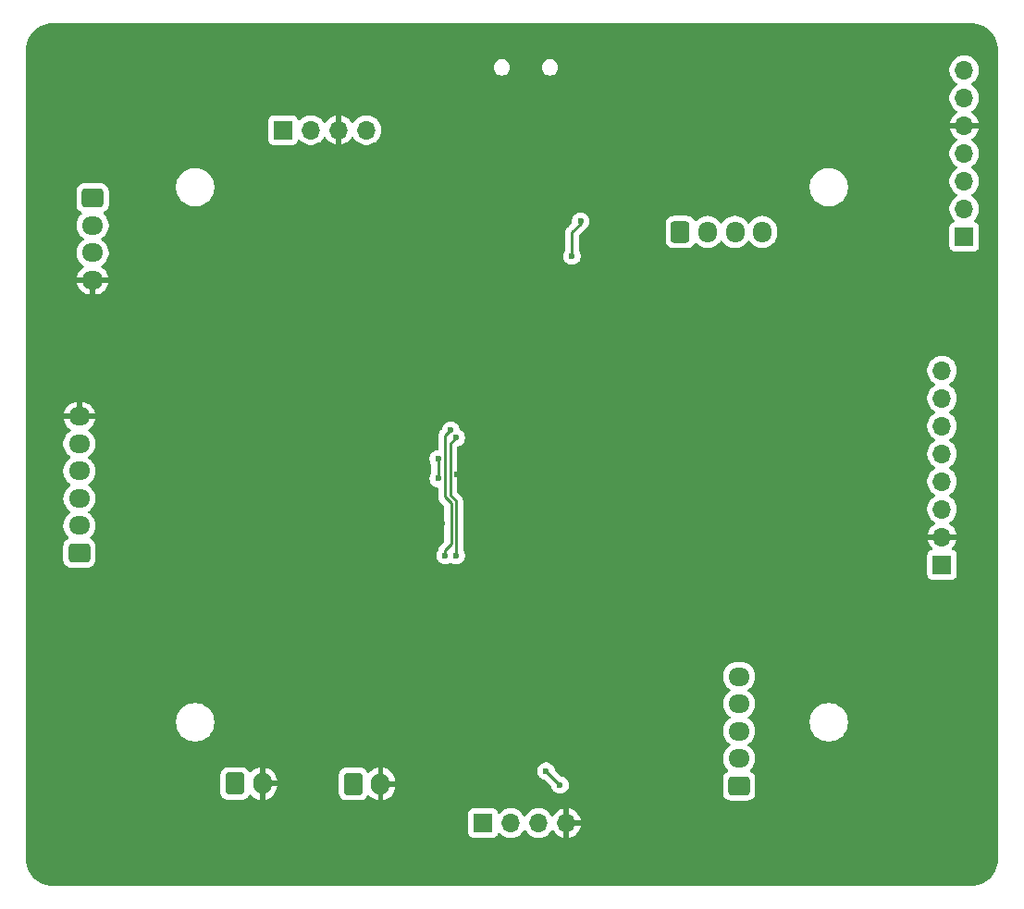
<source format=gbr>
%TF.GenerationSoftware,KiCad,Pcbnew,9.0.1*%
%TF.CreationDate,2025-05-06T12:51:11-06:00*%
%TF.ProjectId,2025_04_STM32F103_RobotBrain_Braidyn_Sheffield,32303235-5f30-4345-9f53-544d33324631,rev?*%
%TF.SameCoordinates,Original*%
%TF.FileFunction,Copper,L2,Bot*%
%TF.FilePolarity,Positive*%
%FSLAX46Y46*%
G04 Gerber Fmt 4.6, Leading zero omitted, Abs format (unit mm)*
G04 Created by KiCad (PCBNEW 9.0.1) date 2025-05-06 12:51:11*
%MOMM*%
%LPD*%
G01*
G04 APERTURE LIST*
G04 Aperture macros list*
%AMRoundRect*
0 Rectangle with rounded corners*
0 $1 Rounding radius*
0 $2 $3 $4 $5 $6 $7 $8 $9 X,Y pos of 4 corners*
0 Add a 4 corners polygon primitive as box body*
4,1,4,$2,$3,$4,$5,$6,$7,$8,$9,$2,$3,0*
0 Add four circle primitives for the rounded corners*
1,1,$1+$1,$2,$3*
1,1,$1+$1,$4,$5*
1,1,$1+$1,$6,$7*
1,1,$1+$1,$8,$9*
0 Add four rect primitives between the rounded corners*
20,1,$1+$1,$2,$3,$4,$5,0*
20,1,$1+$1,$4,$5,$6,$7,0*
20,1,$1+$1,$6,$7,$8,$9,0*
20,1,$1+$1,$8,$9,$2,$3,0*%
G04 Aperture macros list end*
%TA.AperFunction,ComponentPad*%
%ADD10RoundRect,0.250000X-0.600000X-0.750000X0.600000X-0.750000X0.600000X0.750000X-0.600000X0.750000X0*%
%TD*%
%TA.AperFunction,ComponentPad*%
%ADD11O,1.700000X2.000000*%
%TD*%
%TA.AperFunction,ComponentPad*%
%ADD12R,1.700000X1.700000*%
%TD*%
%TA.AperFunction,ComponentPad*%
%ADD13O,1.700000X1.700000*%
%TD*%
%TA.AperFunction,ComponentPad*%
%ADD14RoundRect,0.250000X0.725000X-0.600000X0.725000X0.600000X-0.725000X0.600000X-0.725000X-0.600000X0*%
%TD*%
%TA.AperFunction,ComponentPad*%
%ADD15O,1.950000X1.700000*%
%TD*%
%TA.AperFunction,ComponentPad*%
%ADD16RoundRect,0.250000X-0.725000X0.600000X-0.725000X-0.600000X0.725000X-0.600000X0.725000X0.600000X0*%
%TD*%
%TA.AperFunction,ComponentPad*%
%ADD17RoundRect,0.250000X-0.600000X-0.725000X0.600000X-0.725000X0.600000X0.725000X-0.600000X0.725000X0*%
%TD*%
%TA.AperFunction,ComponentPad*%
%ADD18O,1.700000X1.950000*%
%TD*%
%TA.AperFunction,ViaPad*%
%ADD19C,0.600000*%
%TD*%
%TA.AperFunction,Conductor*%
%ADD20C,0.254000*%
%TD*%
G04 APERTURE END LIST*
D10*
%TO.P,J6,1,Pin_1*%
%TO.N,+3V3*%
X122580000Y-99900000D03*
D11*
%TO.P,J6,2,Pin_2*%
%TO.N,GND*%
X125080000Y-99900000D03*
%TD*%
D12*
%TO.P,J9,1,Pin_1*%
%TO.N,+3V3*%
X178500000Y-49800000D03*
D13*
%TO.P,J9,2,Pin_2*%
%TO.N,/PS2_SCK*%
X178500000Y-47260000D03*
%TO.P,J9,3,Pin_3*%
%TO.N,unconnected-(J9-Pin_3-Pad3)*%
X178500000Y-44720000D03*
%TO.P,J9,4,Pin_4*%
%TO.N,/PS2_CS*%
X178500000Y-42180000D03*
%TO.P,J9,5,Pin_5*%
%TO.N,GND*%
X178500000Y-39640000D03*
%TO.P,J9,6,Pin_6*%
%TO.N,/PS2_MISO*%
X178500000Y-37100000D03*
%TO.P,J9,7,Pin_7*%
%TO.N,/PS2_MOSI*%
X178500000Y-34560000D03*
%TD*%
D14*
%TO.P,J8,1,Pin_1*%
%TO.N,/E2A*%
X157890000Y-100070000D03*
D15*
%TO.P,J8,2,Pin_2*%
%TO.N,/E2B*%
X157890000Y-97570000D03*
%TO.P,J8,3,Pin_3*%
%TO.N,/E1A*%
X157890000Y-95070000D03*
%TO.P,J8,4,Pin_4*%
%TO.N,/E1B*%
X157890000Y-92570000D03*
%TO.P,J8,5,Pin_5*%
%TO.N,/PWR_ADC*%
X157890000Y-90070000D03*
%TD*%
D12*
%TO.P,J2,1,Pin_1*%
%TO.N,+5V*%
X176465000Y-79835000D03*
D13*
%TO.P,J2,2,Pin_2*%
%TO.N,GND*%
X176465000Y-77295000D03*
%TO.P,J2,3,Pin_3*%
%TO.N,/IMU_I2C_SCL*%
X176465000Y-74755000D03*
%TO.P,J2,4,Pin_4*%
%TO.N,/IMU_I2C_SDA*%
X176465000Y-72215000D03*
%TO.P,J2,5,Pin_5*%
%TO.N,unconnected-(J2-Pin_5-Pad5)*%
X176465000Y-69675000D03*
%TO.P,J2,6,Pin_6*%
%TO.N,unconnected-(J2-Pin_6-Pad6)*%
X176465000Y-67135000D03*
%TO.P,J2,7,Pin_7*%
%TO.N,unconnected-(J2-Pin_7-Pad7)*%
X176465000Y-64595000D03*
%TO.P,J2,8,Pin_8*%
%TO.N,/IMU_INT*%
X176465000Y-62055000D03*
%TD*%
D12*
%TO.P,J4,1,Pin_1*%
%TO.N,+3V3*%
X116160000Y-40040000D03*
D13*
%TO.P,J4,2,Pin_2*%
%TO.N,/SWCLK*%
X118700000Y-40040000D03*
%TO.P,J4,3,Pin_3*%
%TO.N,GND*%
X121240000Y-40040000D03*
%TO.P,J4,4,Pin_4*%
%TO.N,/SWDIO*%
X123780000Y-40040000D03*
%TD*%
D16*
%TO.P,J11,1,Pin_1*%
%TO.N,+3V3*%
X98720000Y-46270000D03*
D15*
%TO.P,J11,2,Pin_2*%
%TO.N,/USER_TX*%
X98720000Y-48770000D03*
%TO.P,J11,3,Pin_3*%
%TO.N,/USER_RX*%
X98720000Y-51270000D03*
%TO.P,J11,4,Pin_4*%
%TO.N,GND*%
X98720000Y-53770000D03*
%TD*%
D12*
%TO.P,J3,1,Pin_1*%
%TO.N,+5V*%
X134460000Y-103485000D03*
D13*
%TO.P,J3,2,Pin_2*%
%TO.N,/ULTRA_TRIG*%
X137000000Y-103485000D03*
%TO.P,J3,3,Pin_3*%
%TO.N,/ULTRA_ECHO*%
X139540000Y-103485000D03*
%TO.P,J3,4,Pin_4*%
%TO.N,GND*%
X142080000Y-103485000D03*
%TD*%
D17*
%TO.P,J7,1,Pin_1*%
%TO.N,/AN2*%
X152510000Y-49370000D03*
D18*
%TO.P,J7,2,Pin_2*%
%TO.N,/AN1*%
X155010000Y-49370000D03*
%TO.P,J7,3,Pin_3*%
%TO.N,/BN2*%
X157510000Y-49370000D03*
%TO.P,J7,4,Pin_4*%
%TO.N,/BN1*%
X160010000Y-49370000D03*
%TD*%
D10*
%TO.P,J5,1,Pin_1*%
%TO.N,+5V*%
X111750000Y-99875000D03*
D11*
%TO.P,J5,2,Pin_2*%
%TO.N,GND*%
X114250000Y-99875000D03*
%TD*%
D14*
%TO.P,J10,1,Pin_1*%
%TO.N,+3V3*%
X97510000Y-78760000D03*
D15*
%TO.P,J10,2,Pin_2*%
%TO.N,/X1*%
X97510000Y-76260000D03*
%TO.P,J10,3,Pin_3*%
%TO.N,/X2*%
X97510000Y-73760000D03*
%TO.P,J10,4,Pin_4*%
%TO.N,/X3*%
X97510000Y-71260000D03*
%TO.P,J10,5,Pin_5*%
%TO.N,/X4*%
X97510000Y-68760000D03*
%TO.P,J10,6,Pin_6*%
%TO.N,GND*%
X97510000Y-66260000D03*
%TD*%
D19*
%TO.N,GND*%
X140860000Y-101000001D03*
X140460000Y-97610001D03*
X143500000Y-47220001D03*
X143410000Y-52480001D03*
X129840000Y-79040001D03*
X130040000Y-67610001D03*
X129200000Y-70090001D03*
X133260000Y-70570000D03*
X135300000Y-31060000D03*
X135310000Y-31970000D03*
X138320000Y-48630000D03*
X101550000Y-104940000D03*
X136780000Y-35480000D03*
X137200000Y-59890000D03*
X135310000Y-36460000D03*
X100250000Y-97140000D03*
X148430000Y-76280000D03*
X133260000Y-70570000D03*
X160490000Y-38990000D03*
X156300000Y-38970000D03*
X135310000Y-75730000D03*
X141240000Y-79920000D03*
X116610000Y-74610000D03*
X162820000Y-30550000D03*
X150070000Y-72380000D03*
X174000000Y-92900000D03*
X132070000Y-71580000D03*
X133640000Y-85390000D03*
X141410000Y-36420000D03*
X145110000Y-70690000D03*
X173350000Y-99580000D03*
X153880000Y-30560000D03*
X148580000Y-83950000D03*
X135220000Y-88640000D03*
X141420000Y-37150000D03*
X141430000Y-31900000D03*
X141430000Y-31090000D03*
X157700000Y-38950000D03*
X175680000Y-106180000D03*
X148460000Y-78570000D03*
X137960000Y-77270000D03*
X148070000Y-63560000D03*
X148400000Y-32585000D03*
X156420000Y-36240000D03*
X130690000Y-76070000D03*
X133510000Y-59260000D03*
X142390000Y-77290000D03*
X173990000Y-90010000D03*
X142300000Y-74080000D03*
X147470000Y-58420000D03*
X135310000Y-37250000D03*
X147170000Y-41280000D03*
%TO.N,/BL_WAKEUP*%
X142586824Y-51586824D03*
X143378378Y-48378378D03*
%TO.N,/E2A*%
X132000000Y-79000000D03*
X141500000Y-100000000D03*
X132000000Y-68208000D03*
X140234910Y-98734910D03*
%TO.N,/E2B*%
X131000000Y-79000000D03*
X131500000Y-67500000D03*
%TO.N,/RGB_DIN*%
X130360001Y-71944014D03*
X130360000Y-70140000D03*
%TD*%
D20*
%TO.N,/BL_WAKEUP*%
X142586824Y-51586824D02*
X142586824Y-49413176D01*
X142586824Y-49413176D02*
X143378378Y-48621622D01*
X143378378Y-48621622D02*
X143378378Y-48378378D01*
%TO.N,/E2A*%
X131442000Y-73442000D02*
X132000000Y-74000000D01*
X131442000Y-68766000D02*
X131442000Y-73442000D01*
X141500000Y-100000000D02*
X140234910Y-98734910D01*
X132000000Y-74000000D02*
X132000000Y-79000000D01*
X132000000Y-68208000D02*
X131442000Y-68766000D01*
%TO.N,/E2B*%
X130987000Y-73630468D02*
X130987000Y-68013000D01*
X131545000Y-77955000D02*
X131000000Y-78500000D01*
X131000000Y-78500000D02*
X131000000Y-79000000D01*
X131545000Y-74188468D02*
X131545000Y-77955000D01*
X130987000Y-68013000D02*
X131500000Y-67500000D01*
X130987000Y-73630468D02*
X131545000Y-74188468D01*
%TO.N,/RGB_DIN*%
X130360000Y-70140000D02*
X130360000Y-71944013D01*
X130360000Y-71944013D02*
X130360001Y-71944014D01*
%TD*%
%TA.AperFunction,Conductor*%
%TO.N,GND*%
G36*
X179103736Y-30250727D02*
G01*
X179393796Y-30268272D01*
X179408657Y-30270076D01*
X179690797Y-30321781D01*
X179705334Y-30325364D01*
X179979182Y-30410699D01*
X179993163Y-30416001D01*
X180254732Y-30533724D01*
X180267987Y-30540681D01*
X180513458Y-30689072D01*
X180525776Y-30697574D01*
X180751573Y-30874474D01*
X180762781Y-30884404D01*
X180965595Y-31087219D01*
X180975525Y-31098427D01*
X181152422Y-31324218D01*
X181160928Y-31336541D01*
X181309315Y-31582004D01*
X181316274Y-31595263D01*
X181433996Y-31856832D01*
X181439305Y-31870833D01*
X181524634Y-32144664D01*
X181528218Y-32159202D01*
X181579922Y-32441340D01*
X181581727Y-32456205D01*
X181589097Y-32578033D01*
X181595513Y-32684110D01*
X181599274Y-32746274D01*
X181599500Y-32753761D01*
X181599500Y-106746250D01*
X181599274Y-106753737D01*
X181581728Y-107043795D01*
X181579923Y-107058660D01*
X181528219Y-107340798D01*
X181524635Y-107355336D01*
X181439304Y-107629175D01*
X181433994Y-107643177D01*
X181316277Y-107904731D01*
X181309319Y-107917989D01*
X181160928Y-108163459D01*
X181152422Y-108175782D01*
X180975525Y-108401573D01*
X180965595Y-108412781D01*
X180762781Y-108615596D01*
X180751573Y-108625526D01*
X180525782Y-108802422D01*
X180513458Y-108810928D01*
X180267987Y-108959319D01*
X180254730Y-108966277D01*
X179993176Y-109083994D01*
X179979174Y-109089304D01*
X179705335Y-109174635D01*
X179690797Y-109178219D01*
X179408659Y-109229923D01*
X179393794Y-109231728D01*
X179200701Y-109243408D01*
X179103712Y-109249275D01*
X179096240Y-109249501D01*
X95103752Y-109249501D01*
X95096265Y-109249275D01*
X94806205Y-109231729D01*
X94791340Y-109229924D01*
X94509202Y-109178220D01*
X94494664Y-109174636D01*
X94220832Y-109089307D01*
X94206831Y-109083998D01*
X93945263Y-108966276D01*
X93932004Y-108959317D01*
X93686540Y-108810929D01*
X93674217Y-108802423D01*
X93448426Y-108625527D01*
X93437218Y-108615597D01*
X93234403Y-108412782D01*
X93224473Y-108401574D01*
X93224472Y-108401573D01*
X93047572Y-108175777D01*
X93039074Y-108163466D01*
X92890679Y-107917989D01*
X92883724Y-107904737D01*
X92766001Y-107643168D01*
X92760692Y-107629167D01*
X92752095Y-107601579D01*
X92675362Y-107355335D01*
X92671779Y-107340798D01*
X92620075Y-107058660D01*
X92618270Y-107043795D01*
X92600726Y-106753752D01*
X92600500Y-106746265D01*
X92600500Y-102587135D01*
X133109500Y-102587135D01*
X133109500Y-104382870D01*
X133109501Y-104382876D01*
X133115908Y-104442483D01*
X133166202Y-104577328D01*
X133166206Y-104577335D01*
X133252452Y-104692544D01*
X133252455Y-104692547D01*
X133367664Y-104778793D01*
X133367671Y-104778797D01*
X133502517Y-104829091D01*
X133502516Y-104829091D01*
X133509444Y-104829835D01*
X133562127Y-104835500D01*
X135357872Y-104835499D01*
X135417483Y-104829091D01*
X135552331Y-104778796D01*
X135667546Y-104692546D01*
X135753796Y-104577331D01*
X135802810Y-104445916D01*
X135844681Y-104389984D01*
X135910145Y-104365566D01*
X135978418Y-104380417D01*
X136006673Y-104401569D01*
X136120213Y-104515109D01*
X136292179Y-104640048D01*
X136292181Y-104640049D01*
X136292184Y-104640051D01*
X136481588Y-104736557D01*
X136683757Y-104802246D01*
X136893713Y-104835500D01*
X136893714Y-104835500D01*
X137106286Y-104835500D01*
X137106287Y-104835500D01*
X137316243Y-104802246D01*
X137518412Y-104736557D01*
X137707816Y-104640051D01*
X137794138Y-104577335D01*
X137879786Y-104515109D01*
X137879788Y-104515106D01*
X137879792Y-104515104D01*
X138030104Y-104364792D01*
X138030106Y-104364788D01*
X138030109Y-104364786D01*
X138155048Y-104192820D01*
X138155047Y-104192820D01*
X138155051Y-104192816D01*
X138159514Y-104184054D01*
X138207488Y-104133259D01*
X138275308Y-104116463D01*
X138341444Y-104138999D01*
X138380486Y-104184056D01*
X138384951Y-104192820D01*
X138509890Y-104364786D01*
X138660213Y-104515109D01*
X138832179Y-104640048D01*
X138832181Y-104640049D01*
X138832184Y-104640051D01*
X139021588Y-104736557D01*
X139223757Y-104802246D01*
X139433713Y-104835500D01*
X139433714Y-104835500D01*
X139646286Y-104835500D01*
X139646287Y-104835500D01*
X139856243Y-104802246D01*
X140058412Y-104736557D01*
X140247816Y-104640051D01*
X140334138Y-104577335D01*
X140419786Y-104515109D01*
X140419788Y-104515106D01*
X140419792Y-104515104D01*
X140570104Y-104364792D01*
X140570106Y-104364788D01*
X140570109Y-104364786D01*
X140695048Y-104192820D01*
X140695051Y-104192816D01*
X140699793Y-104183508D01*
X140747763Y-104132711D01*
X140815583Y-104115911D01*
X140881719Y-104138445D01*
X140920763Y-104183500D01*
X140925377Y-104192555D01*
X141050272Y-104364459D01*
X141050276Y-104364464D01*
X141200535Y-104514723D01*
X141200540Y-104514727D01*
X141372442Y-104639620D01*
X141561782Y-104736095D01*
X141763871Y-104801757D01*
X141830000Y-104812231D01*
X141830000Y-103918012D01*
X141887007Y-103950925D01*
X142014174Y-103985000D01*
X142145826Y-103985000D01*
X142272993Y-103950925D01*
X142330000Y-103918012D01*
X142330000Y-104812230D01*
X142396126Y-104801757D01*
X142396129Y-104801757D01*
X142598217Y-104736095D01*
X142787557Y-104639620D01*
X142959459Y-104514727D01*
X142959464Y-104514723D01*
X143109723Y-104364464D01*
X143109727Y-104364459D01*
X143234620Y-104192557D01*
X143331095Y-104003217D01*
X143396757Y-103801129D01*
X143396757Y-103801126D01*
X143407231Y-103735000D01*
X142513012Y-103735000D01*
X142545925Y-103677993D01*
X142580000Y-103550826D01*
X142580000Y-103419174D01*
X142545925Y-103292007D01*
X142513012Y-103235000D01*
X143407231Y-103235000D01*
X143396757Y-103168873D01*
X143396757Y-103168870D01*
X143331095Y-102966782D01*
X143234620Y-102777442D01*
X143109727Y-102605540D01*
X143109723Y-102605535D01*
X142959464Y-102455276D01*
X142959459Y-102455272D01*
X142787557Y-102330379D01*
X142598215Y-102233903D01*
X142396124Y-102168241D01*
X142330000Y-102157768D01*
X142330000Y-103051988D01*
X142272993Y-103019075D01*
X142145826Y-102985000D01*
X142014174Y-102985000D01*
X141887007Y-103019075D01*
X141830000Y-103051988D01*
X141830000Y-102157768D01*
X141829999Y-102157768D01*
X141763875Y-102168241D01*
X141561784Y-102233903D01*
X141372442Y-102330379D01*
X141200540Y-102455272D01*
X141200535Y-102455276D01*
X141050276Y-102605535D01*
X141050272Y-102605540D01*
X140925378Y-102777443D01*
X140920762Y-102786502D01*
X140872784Y-102837295D01*
X140804963Y-102854087D01*
X140738829Y-102831546D01*
X140699794Y-102786493D01*
X140695051Y-102777184D01*
X140695049Y-102777181D01*
X140695048Y-102777179D01*
X140570109Y-102605213D01*
X140419786Y-102454890D01*
X140247820Y-102329951D01*
X140058414Y-102233444D01*
X140058413Y-102233443D01*
X140058412Y-102233443D01*
X139856243Y-102167754D01*
X139856241Y-102167753D01*
X139856240Y-102167753D01*
X139694957Y-102142208D01*
X139646287Y-102134500D01*
X139433713Y-102134500D01*
X139385042Y-102142208D01*
X139223760Y-102167753D01*
X139021585Y-102233444D01*
X138832179Y-102329951D01*
X138660213Y-102454890D01*
X138509890Y-102605213D01*
X138384949Y-102777182D01*
X138380484Y-102785946D01*
X138332509Y-102836742D01*
X138264688Y-102853536D01*
X138198553Y-102830998D01*
X138159516Y-102785946D01*
X138155050Y-102777182D01*
X138030109Y-102605213D01*
X137879786Y-102454890D01*
X137707820Y-102329951D01*
X137518414Y-102233444D01*
X137518413Y-102233443D01*
X137518412Y-102233443D01*
X137316243Y-102167754D01*
X137316241Y-102167753D01*
X137316240Y-102167753D01*
X137154957Y-102142208D01*
X137106287Y-102134500D01*
X136893713Y-102134500D01*
X136845042Y-102142208D01*
X136683760Y-102167753D01*
X136481585Y-102233444D01*
X136292179Y-102329951D01*
X136120215Y-102454889D01*
X136006673Y-102568431D01*
X135945350Y-102601915D01*
X135875658Y-102596931D01*
X135819725Y-102555059D01*
X135802810Y-102524082D01*
X135753797Y-102392671D01*
X135753793Y-102392664D01*
X135667547Y-102277455D01*
X135667544Y-102277452D01*
X135552335Y-102191206D01*
X135552328Y-102191202D01*
X135417482Y-102140908D01*
X135417483Y-102140908D01*
X135357883Y-102134501D01*
X135357881Y-102134500D01*
X135357873Y-102134500D01*
X135357864Y-102134500D01*
X133562129Y-102134500D01*
X133562123Y-102134501D01*
X133502516Y-102140908D01*
X133367671Y-102191202D01*
X133367664Y-102191206D01*
X133252455Y-102277452D01*
X133252452Y-102277455D01*
X133166206Y-102392664D01*
X133166202Y-102392671D01*
X133115908Y-102527517D01*
X133109501Y-102587116D01*
X133109500Y-102587135D01*
X92600500Y-102587135D01*
X92600500Y-99074983D01*
X110399500Y-99074983D01*
X110399500Y-100675001D01*
X110399501Y-100675018D01*
X110410000Y-100777796D01*
X110410001Y-100777799D01*
X110465185Y-100944331D01*
X110465186Y-100944334D01*
X110557288Y-101093656D01*
X110681344Y-101217712D01*
X110830666Y-101309814D01*
X110997203Y-101364999D01*
X111099991Y-101375500D01*
X112400008Y-101375499D01*
X112502797Y-101364999D01*
X112669334Y-101309814D01*
X112818656Y-101217712D01*
X112942712Y-101093656D01*
X113034814Y-100944334D01*
X113034814Y-100944331D01*
X113038448Y-100938441D01*
X113090395Y-100891716D01*
X113159358Y-100880493D01*
X113223440Y-100908336D01*
X113231668Y-100915856D01*
X113370535Y-101054723D01*
X113370540Y-101054727D01*
X113542442Y-101179620D01*
X113731782Y-101276095D01*
X113933871Y-101341757D01*
X114000000Y-101352231D01*
X114000000Y-100308012D01*
X114057007Y-100340925D01*
X114184174Y-100375000D01*
X114315826Y-100375000D01*
X114442993Y-100340925D01*
X114500000Y-100308012D01*
X114500000Y-101352230D01*
X114566126Y-101341757D01*
X114566129Y-101341757D01*
X114768217Y-101276095D01*
X114957557Y-101179620D01*
X115129459Y-101054727D01*
X115129464Y-101054723D01*
X115279723Y-100904464D01*
X115279727Y-100904459D01*
X115404620Y-100732557D01*
X115501095Y-100543217D01*
X115566757Y-100341130D01*
X115566757Y-100341127D01*
X115600000Y-100131246D01*
X115600000Y-100125000D01*
X114683012Y-100125000D01*
X114715925Y-100067993D01*
X114750000Y-99940826D01*
X114750000Y-99809174D01*
X114715925Y-99682007D01*
X114683012Y-99625000D01*
X115600000Y-99625000D01*
X115600000Y-99618753D01*
X115566757Y-99408872D01*
X115566757Y-99408869D01*
X115501094Y-99206780D01*
X115473758Y-99153130D01*
X115473757Y-99153129D01*
X115446677Y-99099983D01*
X121229500Y-99099983D01*
X121229500Y-100700001D01*
X121229501Y-100700018D01*
X121240000Y-100802796D01*
X121240001Y-100802799D01*
X121273690Y-100904464D01*
X121295186Y-100969334D01*
X121387288Y-101118656D01*
X121511344Y-101242712D01*
X121660666Y-101334814D01*
X121827203Y-101389999D01*
X121929991Y-101400500D01*
X123230008Y-101400499D01*
X123332797Y-101389999D01*
X123499334Y-101334814D01*
X123648656Y-101242712D01*
X123772712Y-101118656D01*
X123864814Y-100969334D01*
X123864814Y-100969331D01*
X123868448Y-100963441D01*
X123920395Y-100916716D01*
X123989358Y-100905493D01*
X124053440Y-100933336D01*
X124061668Y-100940856D01*
X124200535Y-101079723D01*
X124200540Y-101079727D01*
X124372442Y-101204620D01*
X124561782Y-101301095D01*
X124763871Y-101366757D01*
X124830000Y-101377231D01*
X124830000Y-100333012D01*
X124887007Y-100365925D01*
X125014174Y-100400000D01*
X125145826Y-100400000D01*
X125272993Y-100365925D01*
X125330000Y-100333012D01*
X125330000Y-101377230D01*
X125396126Y-101366757D01*
X125396129Y-101366757D01*
X125598217Y-101301095D01*
X125787557Y-101204620D01*
X125959459Y-101079727D01*
X125959464Y-101079723D01*
X126109723Y-100929464D01*
X126109727Y-100929459D01*
X126234620Y-100757557D01*
X126331095Y-100568217D01*
X126396757Y-100366130D01*
X126396757Y-100366127D01*
X126430000Y-100156246D01*
X126430000Y-100150000D01*
X125513012Y-100150000D01*
X125545925Y-100092993D01*
X125580000Y-99965826D01*
X125580000Y-99834174D01*
X125545925Y-99707007D01*
X125513012Y-99650000D01*
X126430000Y-99650000D01*
X126430000Y-99643753D01*
X126396757Y-99433872D01*
X126396757Y-99433869D01*
X126331095Y-99231782D01*
X126234620Y-99042442D01*
X126109727Y-98870540D01*
X126109723Y-98870535D01*
X125959464Y-98720276D01*
X125959459Y-98720272D01*
X125871082Y-98656063D01*
X139434410Y-98656063D01*
X139434410Y-98813756D01*
X139465171Y-98968399D01*
X139465174Y-98968411D01*
X139525512Y-99114082D01*
X139525519Y-99114095D01*
X139613120Y-99245198D01*
X139613123Y-99245202D01*
X139724617Y-99356696D01*
X139724621Y-99356699D01*
X139855724Y-99444300D01*
X139855737Y-99444307D01*
X139923871Y-99472528D01*
X140001413Y-99504647D01*
X140109095Y-99526066D01*
X140171002Y-99558449D01*
X140172582Y-99560001D01*
X140674907Y-100062326D01*
X140708392Y-100123649D01*
X140708843Y-100125815D01*
X140730261Y-100233491D01*
X140730264Y-100233501D01*
X140790602Y-100379172D01*
X140790609Y-100379185D01*
X140878210Y-100510288D01*
X140878213Y-100510292D01*
X140989707Y-100621786D01*
X140989711Y-100621789D01*
X141120814Y-100709390D01*
X141120827Y-100709397D01*
X141266498Y-100769735D01*
X141266503Y-100769737D01*
X141421153Y-100800499D01*
X141421156Y-100800500D01*
X141421158Y-100800500D01*
X141578844Y-100800500D01*
X141578845Y-100800499D01*
X141733497Y-100769737D01*
X141879179Y-100709394D01*
X142010289Y-100621789D01*
X142121789Y-100510289D01*
X142209394Y-100379179D01*
X142269737Y-100233497D01*
X142300500Y-100078842D01*
X142300500Y-99921158D01*
X142300500Y-99921155D01*
X142300499Y-99921153D01*
X142269737Y-99766503D01*
X142234738Y-99682007D01*
X142209397Y-99620827D01*
X142209390Y-99620814D01*
X142121789Y-99489711D01*
X142121786Y-99489707D01*
X142010292Y-99378213D01*
X142010288Y-99378210D01*
X141879185Y-99290609D01*
X141879172Y-99290602D01*
X141733501Y-99230264D01*
X141733491Y-99230261D01*
X141625815Y-99208843D01*
X141563904Y-99176458D01*
X141562326Y-99174907D01*
X141060001Y-98672582D01*
X141026516Y-98611259D01*
X141026093Y-98609233D01*
X141004647Y-98501413D01*
X140979286Y-98440185D01*
X140944307Y-98355737D01*
X140944300Y-98355724D01*
X140856699Y-98224621D01*
X140856696Y-98224617D01*
X140745202Y-98113123D01*
X140745198Y-98113120D01*
X140614095Y-98025519D01*
X140614082Y-98025512D01*
X140468411Y-97965174D01*
X140468399Y-97965171D01*
X140313755Y-97934410D01*
X140313752Y-97934410D01*
X140156068Y-97934410D01*
X140156065Y-97934410D01*
X140001420Y-97965171D01*
X140001408Y-97965174D01*
X139855737Y-98025512D01*
X139855724Y-98025519D01*
X139724621Y-98113120D01*
X139724617Y-98113123D01*
X139613123Y-98224617D01*
X139613120Y-98224621D01*
X139525519Y-98355724D01*
X139525512Y-98355737D01*
X139465174Y-98501408D01*
X139465171Y-98501420D01*
X139434410Y-98656063D01*
X125871082Y-98656063D01*
X125787557Y-98595379D01*
X125598215Y-98498903D01*
X125396124Y-98433241D01*
X125330000Y-98422768D01*
X125330000Y-99466988D01*
X125272993Y-99434075D01*
X125145826Y-99400000D01*
X125014174Y-99400000D01*
X124887007Y-99434075D01*
X124830000Y-99466988D01*
X124830000Y-98422768D01*
X124829999Y-98422768D01*
X124763875Y-98433241D01*
X124561784Y-98498903D01*
X124372442Y-98595379D01*
X124200541Y-98720271D01*
X124061668Y-98859144D01*
X124000345Y-98892628D01*
X123930653Y-98887644D01*
X123874720Y-98845772D01*
X123868448Y-98836558D01*
X123799670Y-98725051D01*
X123772712Y-98681344D01*
X123648656Y-98557288D01*
X123499334Y-98465186D01*
X123332797Y-98410001D01*
X123332795Y-98410000D01*
X123230010Y-98399500D01*
X121929998Y-98399500D01*
X121929981Y-98399501D01*
X121827203Y-98410000D01*
X121827200Y-98410001D01*
X121660668Y-98465185D01*
X121660663Y-98465187D01*
X121511342Y-98557289D01*
X121387289Y-98681342D01*
X121295187Y-98830663D01*
X121295185Y-98830668D01*
X121276305Y-98887644D01*
X121240001Y-98997203D01*
X121240001Y-98997204D01*
X121240000Y-98997204D01*
X121229500Y-99099983D01*
X115446677Y-99099983D01*
X115404620Y-99017442D01*
X115279727Y-98845540D01*
X115279723Y-98845535D01*
X115129464Y-98695276D01*
X115129459Y-98695272D01*
X114957557Y-98570379D01*
X114768215Y-98473903D01*
X114566124Y-98408241D01*
X114500000Y-98397768D01*
X114500000Y-99441988D01*
X114442993Y-99409075D01*
X114315826Y-99375000D01*
X114184174Y-99375000D01*
X114057007Y-99409075D01*
X114000000Y-99441988D01*
X114000000Y-98397768D01*
X113999999Y-98397768D01*
X113933875Y-98408241D01*
X113731784Y-98473903D01*
X113542442Y-98570379D01*
X113370541Y-98695271D01*
X113231668Y-98834144D01*
X113170345Y-98867628D01*
X113100653Y-98862644D01*
X113044720Y-98820772D01*
X113038448Y-98811558D01*
X112985272Y-98725346D01*
X112942712Y-98656344D01*
X112818656Y-98532288D01*
X112669334Y-98440186D01*
X112502797Y-98385001D01*
X112502795Y-98385000D01*
X112400010Y-98374500D01*
X111099998Y-98374500D01*
X111099981Y-98374501D01*
X110997203Y-98385000D01*
X110997200Y-98385001D01*
X110830668Y-98440185D01*
X110830663Y-98440187D01*
X110681342Y-98532289D01*
X110557289Y-98656342D01*
X110465187Y-98805663D01*
X110465185Y-98805668D01*
X110443689Y-98870540D01*
X110410001Y-98972203D01*
X110410001Y-98972204D01*
X110410000Y-98972204D01*
X110399500Y-99074983D01*
X92600500Y-99074983D01*
X92600500Y-94135259D01*
X106349500Y-94135259D01*
X106349500Y-94364742D01*
X106374100Y-94551585D01*
X106379452Y-94592239D01*
X106415153Y-94725479D01*
X106438842Y-94813888D01*
X106526650Y-95025877D01*
X106526656Y-95025889D01*
X106613487Y-95176286D01*
X106641392Y-95224618D01*
X106781081Y-95406662D01*
X106781089Y-95406671D01*
X106943330Y-95568912D01*
X106943338Y-95568919D01*
X107125382Y-95708608D01*
X107125385Y-95708609D01*
X107125388Y-95708612D01*
X107324112Y-95823345D01*
X107324117Y-95823347D01*
X107324123Y-95823350D01*
X107415480Y-95861191D01*
X107536113Y-95911159D01*
X107757762Y-95970549D01*
X107985266Y-96000501D01*
X107985273Y-96000501D01*
X108214727Y-96000501D01*
X108214734Y-96000501D01*
X108442238Y-95970549D01*
X108663887Y-95911159D01*
X108875888Y-95823345D01*
X109074612Y-95708612D01*
X109256661Y-95568920D01*
X109256665Y-95568915D01*
X109256670Y-95568912D01*
X109418911Y-95406671D01*
X109418914Y-95406666D01*
X109418919Y-95406662D01*
X109558611Y-95224613D01*
X109673344Y-95025889D01*
X109761158Y-94813888D01*
X109820548Y-94592239D01*
X109850500Y-94364735D01*
X109850500Y-94135267D01*
X109820548Y-93907763D01*
X109761158Y-93686114D01*
X109697642Y-93532774D01*
X109673349Y-93474124D01*
X109673346Y-93474118D01*
X109673344Y-93474113D01*
X109558611Y-93275389D01*
X109558608Y-93275386D01*
X109558607Y-93275383D01*
X109418918Y-93093339D01*
X109418911Y-93093331D01*
X109256670Y-92931090D01*
X109256661Y-92931082D01*
X109074617Y-92791393D01*
X108875890Y-92676658D01*
X108875876Y-92676651D01*
X108663887Y-92588843D01*
X108442238Y-92529453D01*
X108404215Y-92524447D01*
X108214741Y-92499501D01*
X108214734Y-92499501D01*
X107985266Y-92499501D01*
X107985258Y-92499501D01*
X107768715Y-92528010D01*
X107757762Y-92529453D01*
X107664076Y-92554555D01*
X107536112Y-92588843D01*
X107324123Y-92676651D01*
X107324109Y-92676658D01*
X107125382Y-92791393D01*
X106943338Y-92931082D01*
X106781081Y-93093339D01*
X106641392Y-93275383D01*
X106526657Y-93474110D01*
X106526650Y-93474124D01*
X106438842Y-93686113D01*
X106379453Y-93907760D01*
X106379451Y-93907771D01*
X106349500Y-94135259D01*
X92600500Y-94135259D01*
X92600500Y-89963713D01*
X156414500Y-89963713D01*
X156414500Y-90176286D01*
X156447753Y-90386239D01*
X156513444Y-90588414D01*
X156609951Y-90777820D01*
X156734890Y-90949786D01*
X156885209Y-91100105D01*
X156885214Y-91100109D01*
X157049793Y-91219682D01*
X157092459Y-91275011D01*
X157098438Y-91344625D01*
X157065833Y-91406420D01*
X157049793Y-91420318D01*
X156885214Y-91539890D01*
X156885209Y-91539894D01*
X156734890Y-91690213D01*
X156609951Y-91862179D01*
X156513444Y-92051585D01*
X156447753Y-92253760D01*
X156414500Y-92463713D01*
X156414500Y-92676286D01*
X156447753Y-92886239D01*
X156513444Y-93088414D01*
X156609951Y-93277820D01*
X156734890Y-93449786D01*
X156885209Y-93600105D01*
X156885214Y-93600109D01*
X157049793Y-93719682D01*
X157092459Y-93775011D01*
X157098438Y-93844625D01*
X157065833Y-93906420D01*
X157049793Y-93920318D01*
X156885214Y-94039890D01*
X156885209Y-94039894D01*
X156734890Y-94190213D01*
X156609951Y-94362179D01*
X156513444Y-94551585D01*
X156447753Y-94753760D01*
X156422849Y-94911001D01*
X156414500Y-94963713D01*
X156414500Y-95176287D01*
X156447754Y-95386243D01*
X156507109Y-95568919D01*
X156513444Y-95588414D01*
X156609951Y-95777820D01*
X156734890Y-95949786D01*
X156885209Y-96100105D01*
X156885214Y-96100109D01*
X157049793Y-96219682D01*
X157092459Y-96275011D01*
X157098438Y-96344625D01*
X157065833Y-96406420D01*
X157049793Y-96420318D01*
X156885214Y-96539890D01*
X156885209Y-96539894D01*
X156734890Y-96690213D01*
X156609951Y-96862179D01*
X156513444Y-97051585D01*
X156447753Y-97253760D01*
X156414500Y-97463713D01*
X156414500Y-97676287D01*
X156447754Y-97886243D01*
X156493005Y-98025512D01*
X156513444Y-98088414D01*
X156609951Y-98277820D01*
X156734890Y-98449786D01*
X156873705Y-98588601D01*
X156907190Y-98649924D01*
X156902206Y-98719616D01*
X156860334Y-98775549D01*
X156851121Y-98781821D01*
X156696342Y-98877289D01*
X156572289Y-99001342D01*
X156480187Y-99150663D01*
X156480185Y-99150668D01*
X156461592Y-99206780D01*
X156425001Y-99317203D01*
X156425001Y-99317204D01*
X156425000Y-99317204D01*
X156414500Y-99419983D01*
X156414500Y-100720001D01*
X156414501Y-100720018D01*
X156425000Y-100822796D01*
X156425001Y-100822799D01*
X156464122Y-100940856D01*
X156480186Y-100989334D01*
X156572288Y-101138656D01*
X156696344Y-101262712D01*
X156845666Y-101354814D01*
X157012203Y-101409999D01*
X157114991Y-101420500D01*
X158665008Y-101420499D01*
X158767797Y-101409999D01*
X158934334Y-101354814D01*
X159083656Y-101262712D01*
X159207712Y-101138656D01*
X159299814Y-100989334D01*
X159354999Y-100822797D01*
X159365500Y-100720009D01*
X159365499Y-99419992D01*
X159354999Y-99317203D01*
X159299814Y-99150666D01*
X159207712Y-99001344D01*
X159083656Y-98877288D01*
X158934334Y-98785186D01*
X158934333Y-98785185D01*
X158928878Y-98781821D01*
X158882154Y-98729873D01*
X158870931Y-98660910D01*
X158898775Y-98596828D01*
X158906272Y-98588623D01*
X159045104Y-98449792D01*
X159052083Y-98440187D01*
X159170048Y-98277820D01*
X159170047Y-98277820D01*
X159170051Y-98277816D01*
X159266557Y-98088412D01*
X159332246Y-97886243D01*
X159365500Y-97676287D01*
X159365500Y-97463713D01*
X159332246Y-97253757D01*
X159266557Y-97051588D01*
X159170051Y-96862184D01*
X159170049Y-96862181D01*
X159170048Y-96862179D01*
X159045109Y-96690213D01*
X158894792Y-96539896D01*
X158894784Y-96539890D01*
X158730204Y-96420316D01*
X158687540Y-96364989D01*
X158681561Y-96295376D01*
X158714166Y-96233580D01*
X158730199Y-96219686D01*
X158894792Y-96100104D01*
X159045104Y-95949792D01*
X159045106Y-95949788D01*
X159045109Y-95949786D01*
X159170048Y-95777820D01*
X159170047Y-95777820D01*
X159170051Y-95777816D01*
X159266557Y-95588412D01*
X159332246Y-95386243D01*
X159365500Y-95176287D01*
X159365500Y-94963713D01*
X159332246Y-94753757D01*
X159266557Y-94551588D01*
X159170051Y-94362184D01*
X159170049Y-94362181D01*
X159170048Y-94362179D01*
X159055193Y-94204093D01*
X159045109Y-94190214D01*
X159045105Y-94190209D01*
X158990155Y-94135259D01*
X164349500Y-94135259D01*
X164349500Y-94364742D01*
X164374100Y-94551585D01*
X164379452Y-94592239D01*
X164415153Y-94725479D01*
X164438842Y-94813888D01*
X164526650Y-95025877D01*
X164526656Y-95025889D01*
X164613487Y-95176286D01*
X164641392Y-95224618D01*
X164781081Y-95406662D01*
X164781089Y-95406671D01*
X164943330Y-95568912D01*
X164943338Y-95568919D01*
X165125382Y-95708608D01*
X165125385Y-95708609D01*
X165125388Y-95708612D01*
X165324112Y-95823345D01*
X165324117Y-95823347D01*
X165324123Y-95823350D01*
X165415480Y-95861191D01*
X165536113Y-95911159D01*
X165757762Y-95970549D01*
X165985266Y-96000501D01*
X165985273Y-96000501D01*
X166214727Y-96000501D01*
X166214734Y-96000501D01*
X166442238Y-95970549D01*
X166663887Y-95911159D01*
X166875888Y-95823345D01*
X167074612Y-95708612D01*
X167256661Y-95568920D01*
X167256665Y-95568915D01*
X167256670Y-95568912D01*
X167418911Y-95406671D01*
X167418914Y-95406666D01*
X167418919Y-95406662D01*
X167558611Y-95224613D01*
X167673344Y-95025889D01*
X167761158Y-94813888D01*
X167820548Y-94592239D01*
X167850500Y-94364735D01*
X167850500Y-94135267D01*
X167820548Y-93907763D01*
X167761158Y-93686114D01*
X167697642Y-93532774D01*
X167673349Y-93474124D01*
X167673346Y-93474118D01*
X167673344Y-93474113D01*
X167558611Y-93275389D01*
X167558608Y-93275386D01*
X167558607Y-93275383D01*
X167418918Y-93093339D01*
X167418911Y-93093331D01*
X167256670Y-92931090D01*
X167256661Y-92931082D01*
X167074617Y-92791393D01*
X166875890Y-92676658D01*
X166875876Y-92676651D01*
X166663887Y-92588843D01*
X166442238Y-92529453D01*
X166404215Y-92524447D01*
X166214741Y-92499501D01*
X166214734Y-92499501D01*
X165985266Y-92499501D01*
X165985258Y-92499501D01*
X165768715Y-92528010D01*
X165757762Y-92529453D01*
X165664076Y-92554555D01*
X165536112Y-92588843D01*
X165324123Y-92676651D01*
X165324109Y-92676658D01*
X165125382Y-92791393D01*
X164943338Y-92931082D01*
X164781081Y-93093339D01*
X164641392Y-93275383D01*
X164526657Y-93474110D01*
X164526650Y-93474124D01*
X164438842Y-93686113D01*
X164379453Y-93907760D01*
X164379451Y-93907771D01*
X164349500Y-94135259D01*
X158990155Y-94135259D01*
X158894792Y-94039896D01*
X158884520Y-94032433D01*
X158730204Y-93920316D01*
X158687540Y-93864989D01*
X158681561Y-93795376D01*
X158714166Y-93733580D01*
X158730199Y-93719686D01*
X158894792Y-93600104D01*
X159045104Y-93449792D01*
X159045106Y-93449788D01*
X159045109Y-93449786D01*
X159170048Y-93277820D01*
X159170047Y-93277820D01*
X159170051Y-93277816D01*
X159266557Y-93088412D01*
X159332246Y-92886243D01*
X159365500Y-92676287D01*
X159365500Y-92463713D01*
X159332246Y-92253757D01*
X159266557Y-92051588D01*
X159170051Y-91862184D01*
X159170049Y-91862181D01*
X159170048Y-91862179D01*
X159045109Y-91690213D01*
X158894792Y-91539896D01*
X158894784Y-91539890D01*
X158730204Y-91420316D01*
X158687540Y-91364989D01*
X158681561Y-91295376D01*
X158714166Y-91233580D01*
X158730199Y-91219686D01*
X158894792Y-91100104D01*
X159045104Y-90949792D01*
X159045106Y-90949788D01*
X159045109Y-90949786D01*
X159170048Y-90777820D01*
X159170047Y-90777820D01*
X159170051Y-90777816D01*
X159266557Y-90588412D01*
X159332246Y-90386243D01*
X159365500Y-90176287D01*
X159365500Y-89963713D01*
X159332246Y-89753757D01*
X159266557Y-89551588D01*
X159170051Y-89362184D01*
X159170049Y-89362181D01*
X159170048Y-89362179D01*
X159045109Y-89190213D01*
X158894786Y-89039890D01*
X158722820Y-88914951D01*
X158533414Y-88818444D01*
X158533413Y-88818443D01*
X158533412Y-88818443D01*
X158331243Y-88752754D01*
X158331241Y-88752753D01*
X158331240Y-88752753D01*
X158169957Y-88727208D01*
X158121287Y-88719500D01*
X157658713Y-88719500D01*
X157610042Y-88727208D01*
X157448760Y-88752753D01*
X157246585Y-88818444D01*
X157057179Y-88914951D01*
X156885213Y-89039890D01*
X156734890Y-89190213D01*
X156609951Y-89362179D01*
X156513444Y-89551585D01*
X156447753Y-89753760D01*
X156414500Y-89963713D01*
X92600500Y-89963713D01*
X92600500Y-68653713D01*
X96034500Y-68653713D01*
X96034500Y-68866286D01*
X96067753Y-69076239D01*
X96133444Y-69278414D01*
X96229951Y-69467820D01*
X96354890Y-69639786D01*
X96505209Y-69790105D01*
X96505214Y-69790109D01*
X96669793Y-69909682D01*
X96712459Y-69965011D01*
X96718438Y-70034625D01*
X96685833Y-70096420D01*
X96669793Y-70110318D01*
X96505214Y-70229890D01*
X96505209Y-70229894D01*
X96354890Y-70380213D01*
X96229951Y-70552179D01*
X96133444Y-70741585D01*
X96067753Y-70943760D01*
X96034500Y-71153713D01*
X96034500Y-71366286D01*
X96051488Y-71473548D01*
X96067754Y-71576243D01*
X96111382Y-71710517D01*
X96133444Y-71778414D01*
X96229951Y-71967820D01*
X96354890Y-72139786D01*
X96505209Y-72290105D01*
X96505214Y-72290109D01*
X96669793Y-72409682D01*
X96712459Y-72465011D01*
X96718438Y-72534625D01*
X96685833Y-72596420D01*
X96669793Y-72610318D01*
X96505214Y-72729890D01*
X96505209Y-72729894D01*
X96354890Y-72880213D01*
X96229951Y-73052179D01*
X96133444Y-73241585D01*
X96067753Y-73443760D01*
X96043008Y-73599993D01*
X96034500Y-73653713D01*
X96034500Y-73866287D01*
X96035913Y-73875208D01*
X96063150Y-74047179D01*
X96067754Y-74076243D01*
X96119853Y-74236588D01*
X96133444Y-74278414D01*
X96229951Y-74467820D01*
X96354890Y-74639786D01*
X96505209Y-74790105D01*
X96505214Y-74790109D01*
X96669793Y-74909682D01*
X96712459Y-74965011D01*
X96718438Y-75034625D01*
X96685833Y-75096420D01*
X96669793Y-75110318D01*
X96505214Y-75229890D01*
X96505209Y-75229894D01*
X96354890Y-75380213D01*
X96229951Y-75552179D01*
X96133444Y-75741585D01*
X96067753Y-75943760D01*
X96042136Y-76105500D01*
X96034500Y-76153713D01*
X96034500Y-76366287D01*
X96067754Y-76576243D01*
X96132913Y-76776782D01*
X96133444Y-76778414D01*
X96229951Y-76967820D01*
X96354890Y-77139786D01*
X96493705Y-77278601D01*
X96527190Y-77339924D01*
X96522206Y-77409616D01*
X96480334Y-77465549D01*
X96471121Y-77471821D01*
X96316342Y-77567289D01*
X96192289Y-77691342D01*
X96100187Y-77840663D01*
X96100186Y-77840666D01*
X96045001Y-78007203D01*
X96045001Y-78007204D01*
X96045000Y-78007204D01*
X96034500Y-78109983D01*
X96034500Y-79410001D01*
X96034501Y-79410018D01*
X96045000Y-79512796D01*
X96045001Y-79512799D01*
X96100185Y-79679331D01*
X96100187Y-79679336D01*
X96118727Y-79709394D01*
X96192288Y-79828656D01*
X96316344Y-79952712D01*
X96465666Y-80044814D01*
X96632203Y-80099999D01*
X96734991Y-80110500D01*
X98285008Y-80110499D01*
X98387797Y-80099999D01*
X98554334Y-80044814D01*
X98703656Y-79952712D01*
X98827712Y-79828656D01*
X98919814Y-79679334D01*
X98974999Y-79512797D01*
X98985500Y-79410009D01*
X98985499Y-78109992D01*
X98984477Y-78099992D01*
X98974999Y-78007203D01*
X98974998Y-78007200D01*
X98973459Y-78002557D01*
X98919814Y-77840666D01*
X98827712Y-77691344D01*
X98703656Y-77567288D01*
X98554334Y-77475186D01*
X98554333Y-77475185D01*
X98548878Y-77471821D01*
X98502154Y-77419873D01*
X98490931Y-77350910D01*
X98518775Y-77286828D01*
X98526272Y-77278623D01*
X98665104Y-77139792D01*
X98790051Y-76967816D01*
X98886557Y-76778412D01*
X98952246Y-76576243D01*
X98985500Y-76366287D01*
X98985500Y-76153713D01*
X98952246Y-75943757D01*
X98886557Y-75741588D01*
X98790051Y-75552184D01*
X98790049Y-75552181D01*
X98790048Y-75552179D01*
X98665109Y-75380213D01*
X98514792Y-75229896D01*
X98514784Y-75229890D01*
X98350204Y-75110316D01*
X98307540Y-75054989D01*
X98301561Y-74985376D01*
X98334166Y-74923580D01*
X98350199Y-74909686D01*
X98514792Y-74790104D01*
X98665104Y-74639792D01*
X98665106Y-74639788D01*
X98665109Y-74639786D01*
X98774086Y-74489789D01*
X98790051Y-74467816D01*
X98886557Y-74278412D01*
X98952246Y-74076243D01*
X98985500Y-73866287D01*
X98985500Y-73653713D01*
X98952246Y-73443757D01*
X98886557Y-73241588D01*
X98790051Y-73052184D01*
X98790049Y-73052181D01*
X98790048Y-73052179D01*
X98665109Y-72880213D01*
X98514792Y-72729896D01*
X98514784Y-72729890D01*
X98350204Y-72610316D01*
X98307540Y-72554989D01*
X98301561Y-72485376D01*
X98334166Y-72423580D01*
X98350199Y-72409686D01*
X98514792Y-72290104D01*
X98665104Y-72139792D01*
X98665106Y-72139788D01*
X98665109Y-72139786D01*
X98790048Y-71967820D01*
X98790047Y-71967820D01*
X98790051Y-71967816D01*
X98886557Y-71778412D01*
X98952246Y-71576243D01*
X98985500Y-71366287D01*
X98985500Y-71153713D01*
X98952246Y-70943757D01*
X98886557Y-70741588D01*
X98790051Y-70552184D01*
X98790049Y-70552181D01*
X98790048Y-70552179D01*
X98665109Y-70380213D01*
X98514792Y-70229896D01*
X98464578Y-70193414D01*
X98350204Y-70110316D01*
X98312293Y-70061153D01*
X129559500Y-70061153D01*
X129559500Y-70218846D01*
X129590261Y-70373489D01*
X129590264Y-70373501D01*
X129650603Y-70519174D01*
X129650604Y-70519175D01*
X129650606Y-70519179D01*
X129711602Y-70610465D01*
X129732480Y-70677142D01*
X129732500Y-70679356D01*
X129732500Y-71404658D01*
X129712815Y-71471697D01*
X129711602Y-71473548D01*
X129650613Y-71564824D01*
X129650603Y-71564842D01*
X129590265Y-71710512D01*
X129590262Y-71710524D01*
X129559501Y-71865167D01*
X129559501Y-72022860D01*
X129590262Y-72177503D01*
X129590265Y-72177515D01*
X129650603Y-72323186D01*
X129650610Y-72323199D01*
X129738211Y-72454302D01*
X129738214Y-72454306D01*
X129849708Y-72565800D01*
X129849712Y-72565803D01*
X129980815Y-72653404D01*
X129980828Y-72653411D01*
X130126499Y-72713749D01*
X130126504Y-72713751D01*
X130204283Y-72729222D01*
X130259691Y-72740244D01*
X130321602Y-72772629D01*
X130356176Y-72833344D01*
X130359500Y-72861861D01*
X130359500Y-73692275D01*
X130383612Y-73813496D01*
X130383614Y-73813503D01*
X130409174Y-73875208D01*
X130430917Y-73927701D01*
X130464433Y-73977861D01*
X130467734Y-73982801D01*
X130499587Y-74030474D01*
X130499591Y-74030479D01*
X130881181Y-74412068D01*
X130914666Y-74473391D01*
X130917500Y-74499749D01*
X130917500Y-77643719D01*
X130897815Y-77710758D01*
X130881181Y-77731400D01*
X130599992Y-78012589D01*
X130556289Y-78056292D01*
X130512586Y-78099994D01*
X130512585Y-78099996D01*
X130443233Y-78203789D01*
X130441586Y-78208393D01*
X130396614Y-78316964D01*
X130396612Y-78316972D01*
X130372500Y-78438192D01*
X130372500Y-78460642D01*
X130352815Y-78527681D01*
X130351602Y-78529533D01*
X130290609Y-78620814D01*
X130290602Y-78620827D01*
X130230264Y-78766498D01*
X130230261Y-78766510D01*
X130199500Y-78921153D01*
X130199500Y-79078846D01*
X130230261Y-79233489D01*
X130230264Y-79233501D01*
X130290602Y-79379172D01*
X130290609Y-79379185D01*
X130378210Y-79510288D01*
X130378213Y-79510292D01*
X130489707Y-79621786D01*
X130489711Y-79621789D01*
X130620814Y-79709390D01*
X130620827Y-79709397D01*
X130766498Y-79769735D01*
X130766503Y-79769737D01*
X130921153Y-79800499D01*
X130921156Y-79800500D01*
X130921158Y-79800500D01*
X131078844Y-79800500D01*
X131078845Y-79800499D01*
X131233497Y-79769737D01*
X131379179Y-79709394D01*
X131431110Y-79674694D01*
X131497785Y-79653816D01*
X131565165Y-79672300D01*
X131568863Y-79674676D01*
X131620821Y-79709394D01*
X131620823Y-79709395D01*
X131620825Y-79709396D01*
X131766498Y-79769735D01*
X131766503Y-79769737D01*
X131921153Y-79800499D01*
X131921156Y-79800500D01*
X131921158Y-79800500D01*
X132078844Y-79800500D01*
X132078845Y-79800499D01*
X132233497Y-79769737D01*
X132379179Y-79709394D01*
X132510289Y-79621789D01*
X132621789Y-79510289D01*
X132709394Y-79379179D01*
X132769737Y-79233497D01*
X132800500Y-79078842D01*
X132800500Y-78921158D01*
X132800500Y-78921155D01*
X132800499Y-78921153D01*
X132769738Y-78766510D01*
X132769737Y-78766503D01*
X132712142Y-78627455D01*
X132709397Y-78620827D01*
X132709390Y-78620814D01*
X132648398Y-78529533D01*
X132627520Y-78462855D01*
X132627500Y-78460642D01*
X132627500Y-73938194D01*
X132603386Y-73816970D01*
X132603385Y-73816969D01*
X132603385Y-73816965D01*
X132565249Y-73724896D01*
X132556086Y-73702773D01*
X132556079Y-73702760D01*
X132487412Y-73599993D01*
X132443866Y-73556447D01*
X132400008Y-73512589D01*
X132105819Y-73218400D01*
X132072334Y-73157077D01*
X132069500Y-73130719D01*
X132069500Y-69112121D01*
X132089185Y-69045082D01*
X132141989Y-68999327D01*
X132169301Y-68990506D01*
X132233497Y-68977737D01*
X132379179Y-68917394D01*
X132510289Y-68829789D01*
X132621789Y-68718289D01*
X132709394Y-68587179D01*
X132769737Y-68441497D01*
X132800500Y-68286842D01*
X132800500Y-68129158D01*
X132800500Y-68129155D01*
X132800499Y-68129153D01*
X132769738Y-67974510D01*
X132769737Y-67974503D01*
X132769735Y-67974498D01*
X132709397Y-67828827D01*
X132709390Y-67828814D01*
X132621789Y-67697711D01*
X132621786Y-67697707D01*
X132510292Y-67586213D01*
X132510288Y-67586210D01*
X132379185Y-67498609D01*
X132379174Y-67498603D01*
X132371453Y-67495405D01*
X132317052Y-67451562D01*
X132297294Y-67405038D01*
X132269738Y-67266508D01*
X132269737Y-67266507D01*
X132269737Y-67266503D01*
X132259292Y-67241286D01*
X132209397Y-67120827D01*
X132209390Y-67120814D01*
X132121789Y-66989711D01*
X132121786Y-66989707D01*
X132010292Y-66878213D01*
X132010288Y-66878210D01*
X131879185Y-66790609D01*
X131879172Y-66790602D01*
X131733501Y-66730264D01*
X131733489Y-66730261D01*
X131578845Y-66699500D01*
X131578842Y-66699500D01*
X131421158Y-66699500D01*
X131421155Y-66699500D01*
X131266510Y-66730261D01*
X131266498Y-66730264D01*
X131120827Y-66790602D01*
X131120814Y-66790609D01*
X130989711Y-66878210D01*
X130989707Y-66878213D01*
X130878213Y-66989707D01*
X130878210Y-66989711D01*
X130790609Y-67120814D01*
X130790602Y-67120827D01*
X130730264Y-67266498D01*
X130730261Y-67266508D01*
X130708843Y-67374182D01*
X130700078Y-67390937D01*
X130696059Y-67409416D01*
X130677314Y-67434454D01*
X130676458Y-67436093D01*
X130674908Y-67437670D01*
X130586992Y-67525588D01*
X130586991Y-67525589D01*
X130499591Y-67612988D01*
X130499585Y-67612996D01*
X130430688Y-67716108D01*
X130430344Y-67717150D01*
X130383614Y-67829965D01*
X130370574Y-67895523D01*
X130369095Y-67902959D01*
X130359500Y-67951195D01*
X130359500Y-69222152D01*
X130339815Y-69289191D01*
X130287011Y-69334946D01*
X130259692Y-69343769D01*
X130126508Y-69370261D01*
X130126498Y-69370264D01*
X129980827Y-69430602D01*
X129980814Y-69430609D01*
X129849711Y-69518210D01*
X129849707Y-69518213D01*
X129738213Y-69629707D01*
X129738210Y-69629711D01*
X129650609Y-69760814D01*
X129650602Y-69760827D01*
X129590264Y-69906498D01*
X129590261Y-69906510D01*
X129559500Y-70061153D01*
X98312293Y-70061153D01*
X98307540Y-70054989D01*
X98301561Y-69985376D01*
X98334166Y-69923580D01*
X98350199Y-69909686D01*
X98514792Y-69790104D01*
X98665104Y-69639792D01*
X98665106Y-69639788D01*
X98665109Y-69639786D01*
X98790048Y-69467820D01*
X98790047Y-69467820D01*
X98790051Y-69467816D01*
X98886557Y-69278412D01*
X98952246Y-69076243D01*
X98985500Y-68866287D01*
X98985500Y-68653713D01*
X98952246Y-68443757D01*
X98886557Y-68241588D01*
X98790051Y-68052184D01*
X98790049Y-68052181D01*
X98790048Y-68052179D01*
X98665109Y-67880213D01*
X98514790Y-67729894D01*
X98514785Y-67729890D01*
X98349781Y-67610008D01*
X98307115Y-67554678D01*
X98301136Y-67485065D01*
X98333741Y-67423270D01*
X98349781Y-67409371D01*
X98514466Y-67289721D01*
X98664723Y-67139464D01*
X98664727Y-67139459D01*
X98789620Y-66967557D01*
X98886095Y-66778217D01*
X98951757Y-66576129D01*
X98951757Y-66576126D01*
X98962231Y-66510000D01*
X97914146Y-66510000D01*
X97952630Y-66443343D01*
X97985000Y-66322535D01*
X97985000Y-66197465D01*
X97952630Y-66076657D01*
X97914146Y-66010000D01*
X98962231Y-66010000D01*
X98951757Y-65943873D01*
X98951757Y-65943870D01*
X98886095Y-65741782D01*
X98789620Y-65552442D01*
X98664727Y-65380540D01*
X98664723Y-65380535D01*
X98514464Y-65230276D01*
X98514459Y-65230272D01*
X98342557Y-65105379D01*
X98153217Y-65008904D01*
X97951128Y-64943242D01*
X97760000Y-64912969D01*
X97760000Y-65855854D01*
X97693343Y-65817370D01*
X97572535Y-65785000D01*
X97447465Y-65785000D01*
X97326657Y-65817370D01*
X97260000Y-65855854D01*
X97260000Y-64912969D01*
X97068872Y-64943242D01*
X97068869Y-64943242D01*
X96866782Y-65008904D01*
X96677442Y-65105379D01*
X96505540Y-65230272D01*
X96505535Y-65230276D01*
X96355276Y-65380535D01*
X96355272Y-65380540D01*
X96230379Y-65552442D01*
X96133904Y-65741782D01*
X96068242Y-65943870D01*
X96068242Y-65943873D01*
X96057769Y-66010000D01*
X97105854Y-66010000D01*
X97067370Y-66076657D01*
X97035000Y-66197465D01*
X97035000Y-66322535D01*
X97067370Y-66443343D01*
X97105854Y-66510000D01*
X96057769Y-66510000D01*
X96068242Y-66576126D01*
X96068242Y-66576129D01*
X96133904Y-66778217D01*
X96230379Y-66967557D01*
X96355272Y-67139459D01*
X96355276Y-67139464D01*
X96505535Y-67289723D01*
X96505540Y-67289727D01*
X96670218Y-67409372D01*
X96712884Y-67464701D01*
X96718863Y-67534315D01*
X96686258Y-67596110D01*
X96670218Y-67610008D01*
X96505214Y-67729890D01*
X96505209Y-67729894D01*
X96354890Y-67880213D01*
X96229951Y-68052179D01*
X96133444Y-68241585D01*
X96067753Y-68443760D01*
X96034500Y-68653713D01*
X92600500Y-68653713D01*
X92600500Y-61948713D01*
X175114500Y-61948713D01*
X175114500Y-62161286D01*
X175147753Y-62371239D01*
X175213444Y-62573414D01*
X175309951Y-62762820D01*
X175434890Y-62934786D01*
X175585213Y-63085109D01*
X175757182Y-63210050D01*
X175765946Y-63214516D01*
X175816742Y-63262491D01*
X175833536Y-63330312D01*
X175810998Y-63396447D01*
X175765946Y-63435484D01*
X175757182Y-63439949D01*
X175585213Y-63564890D01*
X175434890Y-63715213D01*
X175309951Y-63887179D01*
X175213444Y-64076585D01*
X175147753Y-64278760D01*
X175114500Y-64488713D01*
X175114500Y-64701286D01*
X175147753Y-64911239D01*
X175213444Y-65113414D01*
X175309951Y-65302820D01*
X175434890Y-65474786D01*
X175585213Y-65625109D01*
X175757182Y-65750050D01*
X175765946Y-65754516D01*
X175816742Y-65802491D01*
X175833536Y-65870312D01*
X175810998Y-65936447D01*
X175765946Y-65975484D01*
X175757182Y-65979949D01*
X175585213Y-66104890D01*
X175434890Y-66255213D01*
X175309951Y-66427179D01*
X175213444Y-66616585D01*
X175147753Y-66818760D01*
X175114500Y-67028713D01*
X175114500Y-67241286D01*
X175141142Y-67409500D01*
X175147754Y-67451243D01*
X175200308Y-67612988D01*
X175213444Y-67653414D01*
X175309951Y-67842820D01*
X175434890Y-68014786D01*
X175585213Y-68165109D01*
X175757182Y-68290050D01*
X175765946Y-68294516D01*
X175816742Y-68342491D01*
X175833536Y-68410312D01*
X175810998Y-68476447D01*
X175765946Y-68515484D01*
X175757182Y-68519949D01*
X175585213Y-68644890D01*
X175434890Y-68795213D01*
X175309951Y-68967179D01*
X175213444Y-69156585D01*
X175147753Y-69358760D01*
X175130480Y-69467820D01*
X175114500Y-69568713D01*
X175114500Y-69781287D01*
X175115897Y-69790105D01*
X175146824Y-69985376D01*
X175147754Y-69991243D01*
X175201087Y-70155385D01*
X175213444Y-70193414D01*
X175309951Y-70382820D01*
X175434890Y-70554786D01*
X175585213Y-70705109D01*
X175757182Y-70830050D01*
X175765946Y-70834516D01*
X175816742Y-70882491D01*
X175833536Y-70950312D01*
X175810998Y-71016447D01*
X175765946Y-71055484D01*
X175757182Y-71059949D01*
X175585213Y-71184890D01*
X175434890Y-71335213D01*
X175309951Y-71507179D01*
X175213444Y-71696585D01*
X175147753Y-71898760D01*
X175114500Y-72108713D01*
X175114500Y-72321286D01*
X175135567Y-72454302D01*
X175147754Y-72531243D01*
X175173447Y-72610319D01*
X175213444Y-72733414D01*
X175309951Y-72922820D01*
X175434890Y-73094786D01*
X175585213Y-73245109D01*
X175757182Y-73370050D01*
X175765946Y-73374516D01*
X175816742Y-73422491D01*
X175833536Y-73490312D01*
X175810998Y-73556447D01*
X175765946Y-73595484D01*
X175757182Y-73599949D01*
X175585213Y-73724890D01*
X175585209Y-73724894D01*
X175434896Y-73875208D01*
X175434890Y-73875213D01*
X175309951Y-74047179D01*
X175213444Y-74236585D01*
X175213443Y-74236587D01*
X175213443Y-74236588D01*
X175199853Y-74278414D01*
X175147753Y-74438760D01*
X175114500Y-74648713D01*
X175114500Y-74861286D01*
X175145179Y-75054989D01*
X175147754Y-75071243D01*
X175160450Y-75110318D01*
X175213444Y-75273414D01*
X175309951Y-75462820D01*
X175434890Y-75634786D01*
X175585213Y-75785109D01*
X175757179Y-75910048D01*
X175757181Y-75910049D01*
X175757184Y-75910051D01*
X175766493Y-75914794D01*
X175817290Y-75962766D01*
X175834087Y-76030587D01*
X175811552Y-76096722D01*
X175766502Y-76135762D01*
X175757443Y-76140378D01*
X175585540Y-76265272D01*
X175585535Y-76265276D01*
X175435276Y-76415535D01*
X175435272Y-76415540D01*
X175310379Y-76587442D01*
X175213904Y-76776782D01*
X175148242Y-76978870D01*
X175148242Y-76978873D01*
X175137769Y-77045000D01*
X176031988Y-77045000D01*
X175999075Y-77102007D01*
X175965000Y-77229174D01*
X175965000Y-77360826D01*
X175999075Y-77487993D01*
X176031988Y-77545000D01*
X175137769Y-77545000D01*
X175148242Y-77611126D01*
X175148242Y-77611129D01*
X175213904Y-77813217D01*
X175310379Y-78002557D01*
X175435272Y-78174459D01*
X175435276Y-78174464D01*
X175548946Y-78288134D01*
X175582431Y-78349457D01*
X175577447Y-78419149D01*
X175535575Y-78475082D01*
X175504598Y-78491997D01*
X175372671Y-78541202D01*
X175372664Y-78541206D01*
X175257455Y-78627452D01*
X175257452Y-78627455D01*
X175171206Y-78742664D01*
X175171202Y-78742671D01*
X175120908Y-78877517D01*
X175116217Y-78921153D01*
X175114501Y-78937123D01*
X175114500Y-78937135D01*
X175114500Y-80732870D01*
X175114501Y-80732876D01*
X175120908Y-80792483D01*
X175171202Y-80927328D01*
X175171206Y-80927335D01*
X175257452Y-81042544D01*
X175257455Y-81042547D01*
X175372664Y-81128793D01*
X175372671Y-81128797D01*
X175507517Y-81179091D01*
X175507516Y-81179091D01*
X175514444Y-81179835D01*
X175567127Y-81185500D01*
X177362872Y-81185499D01*
X177422483Y-81179091D01*
X177557331Y-81128796D01*
X177672546Y-81042546D01*
X177758796Y-80927331D01*
X177809091Y-80792483D01*
X177815500Y-80732873D01*
X177815499Y-78937128D01*
X177809091Y-78877517D01*
X177767685Y-78766503D01*
X177758797Y-78742671D01*
X177758793Y-78742664D01*
X177672547Y-78627455D01*
X177672544Y-78627452D01*
X177557335Y-78541206D01*
X177557328Y-78541202D01*
X177425401Y-78491997D01*
X177369467Y-78450126D01*
X177345050Y-78384662D01*
X177359902Y-78316389D01*
X177381053Y-78288133D01*
X177494728Y-78174458D01*
X177619620Y-78002557D01*
X177716095Y-77813217D01*
X177781757Y-77611129D01*
X177781757Y-77611126D01*
X177792231Y-77545000D01*
X176898012Y-77545000D01*
X176930925Y-77487993D01*
X176965000Y-77360826D01*
X176965000Y-77229174D01*
X176930925Y-77102007D01*
X176898012Y-77045000D01*
X177792231Y-77045000D01*
X177781757Y-76978873D01*
X177781757Y-76978870D01*
X177716095Y-76776782D01*
X177619620Y-76587442D01*
X177494727Y-76415540D01*
X177494723Y-76415535D01*
X177344464Y-76265276D01*
X177344459Y-76265272D01*
X177172555Y-76140377D01*
X177163500Y-76135763D01*
X177112706Y-76087788D01*
X177095912Y-76019966D01*
X177118451Y-75953832D01*
X177163508Y-75914793D01*
X177172816Y-75910051D01*
X177252007Y-75852515D01*
X177344786Y-75785109D01*
X177344788Y-75785106D01*
X177344792Y-75785104D01*
X177495104Y-75634792D01*
X177495106Y-75634788D01*
X177495109Y-75634786D01*
X177620048Y-75462820D01*
X177620047Y-75462820D01*
X177620051Y-75462816D01*
X177716557Y-75273412D01*
X177782246Y-75071243D01*
X177815500Y-74861287D01*
X177815500Y-74648713D01*
X177782246Y-74438757D01*
X177716557Y-74236588D01*
X177620051Y-74047184D01*
X177620049Y-74047181D01*
X177620048Y-74047179D01*
X177495109Y-73875213D01*
X177344786Y-73724890D01*
X177172820Y-73599951D01*
X177172115Y-73599591D01*
X177164054Y-73595485D01*
X177113259Y-73547512D01*
X177096463Y-73479692D01*
X177118999Y-73413556D01*
X177164054Y-73374515D01*
X177172816Y-73370051D01*
X177194789Y-73354086D01*
X177344786Y-73245109D01*
X177344788Y-73245106D01*
X177344792Y-73245104D01*
X177495104Y-73094792D01*
X177495106Y-73094788D01*
X177495109Y-73094786D01*
X177620048Y-72922820D01*
X177620047Y-72922820D01*
X177620051Y-72922816D01*
X177716557Y-72733412D01*
X177782246Y-72531243D01*
X177815500Y-72321287D01*
X177815500Y-72108713D01*
X177782246Y-71898757D01*
X177716557Y-71696588D01*
X177620051Y-71507184D01*
X177620049Y-71507181D01*
X177620048Y-71507179D01*
X177495109Y-71335213D01*
X177344786Y-71184890D01*
X177172820Y-71059951D01*
X177172115Y-71059591D01*
X177164054Y-71055485D01*
X177113259Y-71007512D01*
X177096463Y-70939692D01*
X177118999Y-70873556D01*
X177164054Y-70834515D01*
X177172816Y-70830051D01*
X177294580Y-70741585D01*
X177344786Y-70705109D01*
X177344788Y-70705106D01*
X177344792Y-70705104D01*
X177495104Y-70554792D01*
X177495106Y-70554788D01*
X177495109Y-70554786D01*
X177620048Y-70382820D01*
X177620047Y-70382820D01*
X177620051Y-70382816D01*
X177716557Y-70193412D01*
X177782246Y-69991243D01*
X177815500Y-69781287D01*
X177815500Y-69568713D01*
X177782246Y-69358757D01*
X177716557Y-69156588D01*
X177620051Y-68967184D01*
X177620049Y-68967181D01*
X177620048Y-68967179D01*
X177495109Y-68795213D01*
X177344786Y-68644890D01*
X177172820Y-68519951D01*
X177172115Y-68519591D01*
X177164054Y-68515485D01*
X177113259Y-68467512D01*
X177096463Y-68399692D01*
X177118999Y-68333556D01*
X177164054Y-68294515D01*
X177172816Y-68290051D01*
X177239524Y-68241585D01*
X177344786Y-68165109D01*
X177344788Y-68165106D01*
X177344792Y-68165104D01*
X177495104Y-68014792D01*
X177495106Y-68014788D01*
X177495109Y-68014786D01*
X177620048Y-67842820D01*
X177620047Y-67842820D01*
X177620051Y-67842816D01*
X177716557Y-67653412D01*
X177782246Y-67451243D01*
X177815500Y-67241287D01*
X177815500Y-67028713D01*
X177782246Y-66818757D01*
X177716557Y-66616588D01*
X177620051Y-66427184D01*
X177620049Y-66427181D01*
X177620048Y-66427179D01*
X177495109Y-66255213D01*
X177344786Y-66104890D01*
X177172820Y-65979951D01*
X177172115Y-65979591D01*
X177164054Y-65975485D01*
X177113259Y-65927512D01*
X177096463Y-65859692D01*
X177118999Y-65793556D01*
X177164054Y-65754515D01*
X177172816Y-65750051D01*
X177194789Y-65734086D01*
X177344786Y-65625109D01*
X177344788Y-65625106D01*
X177344792Y-65625104D01*
X177495104Y-65474792D01*
X177495106Y-65474788D01*
X177495109Y-65474786D01*
X177620048Y-65302820D01*
X177620047Y-65302820D01*
X177620051Y-65302816D01*
X177716557Y-65113412D01*
X177782246Y-64911243D01*
X177815500Y-64701287D01*
X177815500Y-64488713D01*
X177782246Y-64278757D01*
X177716557Y-64076588D01*
X177620051Y-63887184D01*
X177620049Y-63887181D01*
X177620048Y-63887179D01*
X177495109Y-63715213D01*
X177344786Y-63564890D01*
X177172820Y-63439951D01*
X177172115Y-63439591D01*
X177164054Y-63435485D01*
X177113259Y-63387512D01*
X177096463Y-63319692D01*
X177118999Y-63253556D01*
X177164054Y-63214515D01*
X177172816Y-63210051D01*
X177194789Y-63194086D01*
X177344786Y-63085109D01*
X177344788Y-63085106D01*
X177344792Y-63085104D01*
X177495104Y-62934792D01*
X177495106Y-62934788D01*
X177495109Y-62934786D01*
X177620048Y-62762820D01*
X177620047Y-62762820D01*
X177620051Y-62762816D01*
X177716557Y-62573412D01*
X177782246Y-62371243D01*
X177815500Y-62161287D01*
X177815500Y-61948713D01*
X177782246Y-61738757D01*
X177716557Y-61536588D01*
X177620051Y-61347184D01*
X177620049Y-61347181D01*
X177620048Y-61347179D01*
X177495109Y-61175213D01*
X177344786Y-61024890D01*
X177172820Y-60899951D01*
X176983414Y-60803444D01*
X176983413Y-60803443D01*
X176983412Y-60803443D01*
X176781243Y-60737754D01*
X176781241Y-60737753D01*
X176781240Y-60737753D01*
X176619957Y-60712208D01*
X176571287Y-60704500D01*
X176358713Y-60704500D01*
X176310042Y-60712208D01*
X176148760Y-60737753D01*
X175946585Y-60803444D01*
X175757179Y-60899951D01*
X175585213Y-61024890D01*
X175434890Y-61175213D01*
X175309951Y-61347179D01*
X175213444Y-61536585D01*
X175147753Y-61738760D01*
X175114500Y-61948713D01*
X92600500Y-61948713D01*
X92600500Y-45619983D01*
X97244500Y-45619983D01*
X97244500Y-46920001D01*
X97244501Y-46920018D01*
X97255000Y-47022796D01*
X97255001Y-47022799D01*
X97310185Y-47189331D01*
X97310187Y-47189336D01*
X97402289Y-47338657D01*
X97526344Y-47462712D01*
X97681120Y-47558178D01*
X97727845Y-47610126D01*
X97739068Y-47679088D01*
X97711224Y-47743171D01*
X97703706Y-47751398D01*
X97564889Y-47890215D01*
X97439951Y-48062179D01*
X97343444Y-48251585D01*
X97277753Y-48453760D01*
X97252711Y-48611869D01*
X97244500Y-48663713D01*
X97244500Y-48876287D01*
X97277754Y-49086243D01*
X97324509Y-49230140D01*
X97343444Y-49288414D01*
X97439951Y-49477820D01*
X97564890Y-49649786D01*
X97715209Y-49800105D01*
X97715214Y-49800109D01*
X97879793Y-49919682D01*
X97922459Y-49975011D01*
X97928438Y-50044625D01*
X97895833Y-50106420D01*
X97879793Y-50120318D01*
X97715214Y-50239890D01*
X97715209Y-50239894D01*
X97564890Y-50390213D01*
X97439951Y-50562179D01*
X97343444Y-50751585D01*
X97277753Y-50953760D01*
X97244500Y-51163713D01*
X97244500Y-51376286D01*
X97265358Y-51507982D01*
X97277754Y-51586243D01*
X97303560Y-51665666D01*
X97343444Y-51788414D01*
X97439951Y-51977820D01*
X97564890Y-52149786D01*
X97715209Y-52300105D01*
X97715214Y-52300109D01*
X97880218Y-52419991D01*
X97922884Y-52475320D01*
X97928863Y-52544934D01*
X97896258Y-52606729D01*
X97880218Y-52620627D01*
X97715540Y-52740272D01*
X97715535Y-52740276D01*
X97565276Y-52890535D01*
X97565272Y-52890540D01*
X97440379Y-53062442D01*
X97343904Y-53251782D01*
X97278242Y-53453870D01*
X97278242Y-53453873D01*
X97267769Y-53520000D01*
X98315854Y-53520000D01*
X98277370Y-53586657D01*
X98245000Y-53707465D01*
X98245000Y-53832535D01*
X98277370Y-53953343D01*
X98315854Y-54020000D01*
X97267769Y-54020000D01*
X97278242Y-54086126D01*
X97278242Y-54086129D01*
X97343904Y-54288217D01*
X97440379Y-54477557D01*
X97565272Y-54649459D01*
X97565276Y-54649464D01*
X97715535Y-54799723D01*
X97715540Y-54799727D01*
X97887442Y-54924620D01*
X98076782Y-55021095D01*
X98278872Y-55086757D01*
X98470000Y-55117029D01*
X98470000Y-54174145D01*
X98536657Y-54212630D01*
X98657465Y-54245000D01*
X98782535Y-54245000D01*
X98903343Y-54212630D01*
X98970000Y-54174145D01*
X98970000Y-55117028D01*
X99161127Y-55086757D01*
X99363217Y-55021095D01*
X99552557Y-54924620D01*
X99724459Y-54799727D01*
X99724464Y-54799723D01*
X99874723Y-54649464D01*
X99874727Y-54649459D01*
X99999620Y-54477557D01*
X100096095Y-54288217D01*
X100161757Y-54086129D01*
X100161757Y-54086126D01*
X100172231Y-54020000D01*
X99124146Y-54020000D01*
X99162630Y-53953343D01*
X99195000Y-53832535D01*
X99195000Y-53707465D01*
X99162630Y-53586657D01*
X99124146Y-53520000D01*
X100172231Y-53520000D01*
X100161757Y-53453873D01*
X100161757Y-53453870D01*
X100096095Y-53251782D01*
X99999620Y-53062442D01*
X99874727Y-52890540D01*
X99874723Y-52890535D01*
X99724464Y-52740276D01*
X99724459Y-52740272D01*
X99559781Y-52620627D01*
X99517115Y-52565297D01*
X99511136Y-52495684D01*
X99543741Y-52433889D01*
X99559776Y-52419994D01*
X99724792Y-52300104D01*
X99875104Y-52149792D01*
X99875106Y-52149788D01*
X99875109Y-52149786D01*
X100000048Y-51977820D01*
X100000047Y-51977820D01*
X100000051Y-51977816D01*
X100096557Y-51788412D01*
X100162246Y-51586243D01*
X100172949Y-51518661D01*
X100174642Y-51507977D01*
X141786324Y-51507977D01*
X141786324Y-51665670D01*
X141817085Y-51820313D01*
X141817088Y-51820325D01*
X141877426Y-51965996D01*
X141877433Y-51966009D01*
X141965034Y-52097112D01*
X141965037Y-52097116D01*
X142076531Y-52208610D01*
X142076535Y-52208613D01*
X142207638Y-52296214D01*
X142207651Y-52296221D01*
X142353322Y-52356559D01*
X142353327Y-52356561D01*
X142507977Y-52387323D01*
X142507980Y-52387324D01*
X142507982Y-52387324D01*
X142665668Y-52387324D01*
X142665669Y-52387323D01*
X142820321Y-52356561D01*
X142966003Y-52296218D01*
X143097113Y-52208613D01*
X143208613Y-52097113D01*
X143296218Y-51966003D01*
X143356561Y-51820321D01*
X143387324Y-51665666D01*
X143387324Y-51507982D01*
X143387324Y-51507979D01*
X143387323Y-51507977D01*
X143356562Y-51353334D01*
X143356561Y-51353327D01*
X143356559Y-51353322D01*
X143296221Y-51207651D01*
X143296214Y-51207638D01*
X143235222Y-51116357D01*
X143214344Y-51049679D01*
X143214324Y-51047466D01*
X143214324Y-49724457D01*
X143234009Y-49657418D01*
X143250643Y-49636776D01*
X143870098Y-49017321D01*
X143870385Y-49017608D01*
X143884559Y-49004766D01*
X143883957Y-49004032D01*
X143888659Y-49000171D01*
X143888667Y-49000167D01*
X144000167Y-48888667D01*
X144087772Y-48757557D01*
X144148115Y-48611875D01*
X144150762Y-48598566D01*
X144151475Y-48594983D01*
X151159500Y-48594983D01*
X151159500Y-50145001D01*
X151159501Y-50145018D01*
X151170000Y-50247796D01*
X151170001Y-50247799D01*
X151215894Y-50386294D01*
X151225186Y-50414334D01*
X151317288Y-50563656D01*
X151441344Y-50687712D01*
X151590666Y-50779814D01*
X151757203Y-50834999D01*
X151859991Y-50845500D01*
X153160008Y-50845499D01*
X153262797Y-50834999D01*
X153429334Y-50779814D01*
X153578656Y-50687712D01*
X153702712Y-50563656D01*
X153794814Y-50414334D01*
X153794814Y-50414331D01*
X153798178Y-50408879D01*
X153850126Y-50362154D01*
X153919088Y-50350931D01*
X153983170Y-50378774D01*
X153991398Y-50386294D01*
X154130213Y-50525109D01*
X154302179Y-50650048D01*
X154302181Y-50650049D01*
X154302184Y-50650051D01*
X154491588Y-50746557D01*
X154693757Y-50812246D01*
X154903713Y-50845500D01*
X154903714Y-50845500D01*
X155116286Y-50845500D01*
X155116287Y-50845500D01*
X155326243Y-50812246D01*
X155528412Y-50746557D01*
X155717816Y-50650051D01*
X155739789Y-50634086D01*
X155889786Y-50525109D01*
X155889788Y-50525106D01*
X155889792Y-50525104D01*
X156040104Y-50374792D01*
X156159683Y-50210204D01*
X156215011Y-50167540D01*
X156284624Y-50161561D01*
X156346420Y-50194166D01*
X156360313Y-50210199D01*
X156462560Y-50350931D01*
X156479896Y-50374792D01*
X156630213Y-50525109D01*
X156802179Y-50650048D01*
X156802181Y-50650049D01*
X156802184Y-50650051D01*
X156991588Y-50746557D01*
X157193757Y-50812246D01*
X157403713Y-50845500D01*
X157403714Y-50845500D01*
X157616286Y-50845500D01*
X157616287Y-50845500D01*
X157826243Y-50812246D01*
X158028412Y-50746557D01*
X158217816Y-50650051D01*
X158239789Y-50634086D01*
X158389786Y-50525109D01*
X158389788Y-50525106D01*
X158389792Y-50525104D01*
X158540104Y-50374792D01*
X158659683Y-50210204D01*
X158715011Y-50167540D01*
X158784624Y-50161561D01*
X158846420Y-50194166D01*
X158860313Y-50210199D01*
X158962560Y-50350931D01*
X158979896Y-50374792D01*
X159130213Y-50525109D01*
X159302179Y-50650048D01*
X159302181Y-50650049D01*
X159302184Y-50650051D01*
X159491588Y-50746557D01*
X159693757Y-50812246D01*
X159903713Y-50845500D01*
X159903714Y-50845500D01*
X160116286Y-50845500D01*
X160116287Y-50845500D01*
X160326243Y-50812246D01*
X160528412Y-50746557D01*
X160717816Y-50650051D01*
X160739789Y-50634086D01*
X160889786Y-50525109D01*
X160889788Y-50525106D01*
X160889792Y-50525104D01*
X161040104Y-50374792D01*
X161040106Y-50374788D01*
X161040109Y-50374786D01*
X161165048Y-50202820D01*
X161165047Y-50202820D01*
X161165051Y-50202816D01*
X161261557Y-50013412D01*
X161327246Y-49811243D01*
X161360500Y-49601287D01*
X161360500Y-49138713D01*
X161327246Y-48928757D01*
X161261557Y-48726588D01*
X161165051Y-48537184D01*
X161165049Y-48537181D01*
X161165048Y-48537179D01*
X161040109Y-48365213D01*
X160889786Y-48214890D01*
X160717820Y-48089951D01*
X160528414Y-47993444D01*
X160528413Y-47993443D01*
X160528412Y-47993443D01*
X160326243Y-47927754D01*
X160326241Y-47927753D01*
X160326240Y-47927753D01*
X160164957Y-47902208D01*
X160116287Y-47894500D01*
X159903713Y-47894500D01*
X159855042Y-47902208D01*
X159693760Y-47927753D01*
X159491585Y-47993444D01*
X159302179Y-48089951D01*
X159130213Y-48214890D01*
X158979894Y-48365209D01*
X158979890Y-48365214D01*
X158860318Y-48529793D01*
X158804989Y-48572459D01*
X158735375Y-48578438D01*
X158673580Y-48545833D01*
X158659682Y-48529793D01*
X158540109Y-48365214D01*
X158540105Y-48365209D01*
X158389786Y-48214890D01*
X158217820Y-48089951D01*
X158028414Y-47993444D01*
X158028413Y-47993443D01*
X158028412Y-47993443D01*
X157826243Y-47927754D01*
X157826241Y-47927753D01*
X157826240Y-47927753D01*
X157664957Y-47902208D01*
X157616287Y-47894500D01*
X157403713Y-47894500D01*
X157355042Y-47902208D01*
X157193760Y-47927753D01*
X156991585Y-47993444D01*
X156802179Y-48089951D01*
X156630213Y-48214890D01*
X156479894Y-48365209D01*
X156479890Y-48365214D01*
X156360318Y-48529793D01*
X156304989Y-48572459D01*
X156235375Y-48578438D01*
X156173580Y-48545833D01*
X156159682Y-48529793D01*
X156040109Y-48365214D01*
X156040105Y-48365209D01*
X155889786Y-48214890D01*
X155717820Y-48089951D01*
X155528414Y-47993444D01*
X155528413Y-47993443D01*
X155528412Y-47993443D01*
X155326243Y-47927754D01*
X155326241Y-47927753D01*
X155326240Y-47927753D01*
X155164957Y-47902208D01*
X155116287Y-47894500D01*
X154903713Y-47894500D01*
X154855042Y-47902208D01*
X154693760Y-47927753D01*
X154491585Y-47993444D01*
X154302179Y-48089951D01*
X154130215Y-48214889D01*
X153991398Y-48353706D01*
X153930075Y-48387190D01*
X153860383Y-48382206D01*
X153804450Y-48340334D01*
X153798178Y-48331120D01*
X153702712Y-48176344D01*
X153578657Y-48052289D01*
X153578656Y-48052288D01*
X153441711Y-47967820D01*
X153429336Y-47960187D01*
X153429331Y-47960185D01*
X153427862Y-47959698D01*
X153262797Y-47905001D01*
X153262795Y-47905000D01*
X153160010Y-47894500D01*
X151859998Y-47894500D01*
X151859981Y-47894501D01*
X151757203Y-47905000D01*
X151757200Y-47905001D01*
X151590668Y-47960185D01*
X151590663Y-47960187D01*
X151441342Y-48052289D01*
X151317289Y-48176342D01*
X151225187Y-48325663D01*
X151225185Y-48325668D01*
X151220325Y-48340334D01*
X151170001Y-48492203D01*
X151170001Y-48492204D01*
X151170000Y-48492204D01*
X151159500Y-48594983D01*
X144151475Y-48594983D01*
X144156914Y-48567642D01*
X144156914Y-48567641D01*
X144178877Y-48457224D01*
X144178878Y-48457222D01*
X144178878Y-48299533D01*
X144178877Y-48299531D01*
X144162041Y-48214890D01*
X144148115Y-48144881D01*
X144146004Y-48139784D01*
X144087775Y-47999205D01*
X144087768Y-47999192D01*
X144000167Y-47868089D01*
X144000164Y-47868085D01*
X143888670Y-47756591D01*
X143888666Y-47756588D01*
X143757563Y-47668987D01*
X143757550Y-47668980D01*
X143611879Y-47608642D01*
X143611867Y-47608639D01*
X143457223Y-47577878D01*
X143457220Y-47577878D01*
X143299536Y-47577878D01*
X143299533Y-47577878D01*
X143144888Y-47608639D01*
X143144876Y-47608642D01*
X142999205Y-47668980D01*
X142999192Y-47668987D01*
X142868089Y-47756588D01*
X142868085Y-47756591D01*
X142756591Y-47868085D01*
X142756588Y-47868089D01*
X142668987Y-47999192D01*
X142668980Y-47999205D01*
X142608642Y-48144876D01*
X142608639Y-48144888D01*
X142577878Y-48299531D01*
X142577878Y-48457221D01*
X142578475Y-48463283D01*
X142577215Y-48463407D01*
X142571574Y-48526435D01*
X142543866Y-48568713D01*
X142270065Y-48842516D01*
X142186816Y-48925765D01*
X142143113Y-48969467D01*
X142099411Y-49013169D01*
X142030744Y-49115936D01*
X142030739Y-49115946D01*
X142017415Y-49148114D01*
X141983438Y-49230140D01*
X141983436Y-49230148D01*
X141964353Y-49326087D01*
X141959324Y-49351368D01*
X141959324Y-51047466D01*
X141939639Y-51114505D01*
X141938426Y-51116357D01*
X141877433Y-51207638D01*
X141877426Y-51207651D01*
X141817088Y-51353322D01*
X141817085Y-51353334D01*
X141786324Y-51507977D01*
X100174642Y-51507977D01*
X100178679Y-51482492D01*
X100178679Y-51482491D01*
X100195500Y-51376287D01*
X100195500Y-51163713D01*
X100183046Y-51085082D01*
X100162246Y-50953757D01*
X100096557Y-50751588D01*
X100000051Y-50562184D01*
X100000049Y-50562181D01*
X100000048Y-50562179D01*
X99875109Y-50390213D01*
X99724792Y-50239896D01*
X99672957Y-50202236D01*
X99560204Y-50120316D01*
X99517540Y-50064989D01*
X99511561Y-49995376D01*
X99544166Y-49933580D01*
X99560199Y-49919686D01*
X99724792Y-49800104D01*
X99875104Y-49649792D01*
X99875106Y-49649788D01*
X99875109Y-49649786D01*
X100000048Y-49477820D01*
X100000047Y-49477820D01*
X100000051Y-49477816D01*
X100096557Y-49288412D01*
X100162246Y-49086243D01*
X100195500Y-48876287D01*
X100195500Y-48663713D01*
X100162246Y-48453757D01*
X100096557Y-48251588D01*
X100000051Y-48062184D01*
X100000049Y-48062181D01*
X100000048Y-48062179D01*
X99875109Y-47890213D01*
X99736294Y-47751398D01*
X99702809Y-47690075D01*
X99707793Y-47620383D01*
X99749665Y-47564450D01*
X99758879Y-47558178D01*
X99764331Y-47554814D01*
X99764334Y-47554814D01*
X99913656Y-47462712D01*
X100037712Y-47338656D01*
X100129814Y-47189334D01*
X100184999Y-47022797D01*
X100195500Y-46920009D01*
X100195499Y-45619992D01*
X100184999Y-45517203D01*
X100129814Y-45350666D01*
X100037712Y-45201344D01*
X99971627Y-45135259D01*
X106349500Y-45135259D01*
X106349500Y-45364742D01*
X106369573Y-45517200D01*
X106379452Y-45592239D01*
X106386890Y-45619998D01*
X106438842Y-45813888D01*
X106526650Y-46025877D01*
X106526657Y-46025891D01*
X106641392Y-46224618D01*
X106781081Y-46406662D01*
X106781089Y-46406671D01*
X106943330Y-46568912D01*
X106943338Y-46568919D01*
X107125382Y-46708608D01*
X107125385Y-46708609D01*
X107125388Y-46708612D01*
X107324112Y-46823345D01*
X107324117Y-46823347D01*
X107324123Y-46823350D01*
X107415480Y-46861191D01*
X107536113Y-46911159D01*
X107757762Y-46970549D01*
X107985266Y-47000501D01*
X107985273Y-47000501D01*
X108214727Y-47000501D01*
X108214734Y-47000501D01*
X108442238Y-46970549D01*
X108663887Y-46911159D01*
X108875888Y-46823345D01*
X109074612Y-46708612D01*
X109256661Y-46568920D01*
X109256665Y-46568915D01*
X109256670Y-46568912D01*
X109418911Y-46406671D01*
X109418914Y-46406666D01*
X109418919Y-46406662D01*
X109558611Y-46224613D01*
X109673344Y-46025889D01*
X109761158Y-45813888D01*
X109820548Y-45592239D01*
X109850500Y-45364735D01*
X109850500Y-45135267D01*
X109850499Y-45135259D01*
X164349500Y-45135259D01*
X164349500Y-45364742D01*
X164369573Y-45517200D01*
X164379452Y-45592239D01*
X164386890Y-45619998D01*
X164438842Y-45813888D01*
X164526650Y-46025877D01*
X164526657Y-46025891D01*
X164641392Y-46224618D01*
X164781081Y-46406662D01*
X164781089Y-46406671D01*
X164943330Y-46568912D01*
X164943338Y-46568919D01*
X165125382Y-46708608D01*
X165125385Y-46708609D01*
X165125388Y-46708612D01*
X165324112Y-46823345D01*
X165324117Y-46823347D01*
X165324123Y-46823350D01*
X165415480Y-46861191D01*
X165536113Y-46911159D01*
X165757762Y-46970549D01*
X165985266Y-47000501D01*
X165985273Y-47000501D01*
X166214727Y-47000501D01*
X166214734Y-47000501D01*
X166442238Y-46970549D01*
X166663887Y-46911159D01*
X166875888Y-46823345D01*
X167074612Y-46708612D01*
X167256661Y-46568920D01*
X167256665Y-46568915D01*
X167256670Y-46568912D01*
X167418911Y-46406671D01*
X167418914Y-46406666D01*
X167418919Y-46406662D01*
X167558611Y-46224613D01*
X167673344Y-46025889D01*
X167761158Y-45813888D01*
X167820548Y-45592239D01*
X167850500Y-45364735D01*
X167850500Y-45135267D01*
X167820548Y-44907763D01*
X167761158Y-44686114D01*
X167697642Y-44532774D01*
X167673349Y-44474124D01*
X167673346Y-44474118D01*
X167673344Y-44474113D01*
X167558611Y-44275389D01*
X167558608Y-44275386D01*
X167558607Y-44275383D01*
X167418918Y-44093339D01*
X167418911Y-44093331D01*
X167256670Y-43931090D01*
X167256661Y-43931082D01*
X167074617Y-43791393D01*
X166875890Y-43676658D01*
X166875876Y-43676651D01*
X166663887Y-43588843D01*
X166442238Y-43529453D01*
X166404215Y-43524447D01*
X166214741Y-43499501D01*
X166214734Y-43499501D01*
X165985266Y-43499501D01*
X165985258Y-43499501D01*
X165768715Y-43528010D01*
X165757762Y-43529453D01*
X165664076Y-43554555D01*
X165536112Y-43588843D01*
X165324123Y-43676651D01*
X165324109Y-43676658D01*
X165125382Y-43791393D01*
X164943338Y-43931082D01*
X164781081Y-44093339D01*
X164641392Y-44275383D01*
X164526657Y-44474110D01*
X164526650Y-44474124D01*
X164438842Y-44686113D01*
X164379453Y-44907760D01*
X164379451Y-44907771D01*
X164349500Y-45135259D01*
X109850499Y-45135259D01*
X109820548Y-44907763D01*
X109761158Y-44686114D01*
X109697642Y-44532774D01*
X109673349Y-44474124D01*
X109673346Y-44474118D01*
X109673344Y-44474113D01*
X109558611Y-44275389D01*
X109558608Y-44275386D01*
X109558607Y-44275383D01*
X109418918Y-44093339D01*
X109418911Y-44093331D01*
X109256670Y-43931090D01*
X109256661Y-43931082D01*
X109074617Y-43791393D01*
X108875890Y-43676658D01*
X108875876Y-43676651D01*
X108663887Y-43588843D01*
X108442238Y-43529453D01*
X108404215Y-43524447D01*
X108214741Y-43499501D01*
X108214734Y-43499501D01*
X107985266Y-43499501D01*
X107985258Y-43499501D01*
X107768715Y-43528010D01*
X107757762Y-43529453D01*
X107664076Y-43554555D01*
X107536112Y-43588843D01*
X107324123Y-43676651D01*
X107324109Y-43676658D01*
X107125382Y-43791393D01*
X106943338Y-43931082D01*
X106781081Y-44093339D01*
X106641392Y-44275383D01*
X106526657Y-44474110D01*
X106526650Y-44474124D01*
X106438842Y-44686113D01*
X106379453Y-44907760D01*
X106379451Y-44907771D01*
X106349500Y-45135259D01*
X99971627Y-45135259D01*
X99913656Y-45077288D01*
X99764334Y-44985186D01*
X99597797Y-44930001D01*
X99597795Y-44930000D01*
X99495010Y-44919500D01*
X97944998Y-44919500D01*
X97944981Y-44919501D01*
X97842203Y-44930000D01*
X97842200Y-44930001D01*
X97675668Y-44985185D01*
X97675663Y-44985187D01*
X97526342Y-45077289D01*
X97402289Y-45201342D01*
X97310187Y-45350663D01*
X97310185Y-45350668D01*
X97284621Y-45427816D01*
X97255001Y-45517203D01*
X97255001Y-45517204D01*
X97255000Y-45517204D01*
X97244500Y-45619983D01*
X92600500Y-45619983D01*
X92600500Y-39142135D01*
X114809500Y-39142135D01*
X114809500Y-40937870D01*
X114809501Y-40937876D01*
X114815908Y-40997483D01*
X114866202Y-41132328D01*
X114866206Y-41132335D01*
X114952452Y-41247544D01*
X114952455Y-41247547D01*
X115067664Y-41333793D01*
X115067671Y-41333797D01*
X115202517Y-41384091D01*
X115202516Y-41384091D01*
X115209444Y-41384835D01*
X115262127Y-41390500D01*
X117057872Y-41390499D01*
X117117483Y-41384091D01*
X117252331Y-41333796D01*
X117367546Y-41247546D01*
X117453796Y-41132331D01*
X117502810Y-41000916D01*
X117544681Y-40944984D01*
X117610145Y-40920566D01*
X117678418Y-40935417D01*
X117706673Y-40956569D01*
X117820213Y-41070109D01*
X117992179Y-41195048D01*
X117992181Y-41195049D01*
X117992184Y-41195051D01*
X118181588Y-41291557D01*
X118383757Y-41357246D01*
X118593713Y-41390500D01*
X118593714Y-41390500D01*
X118806286Y-41390500D01*
X118806287Y-41390500D01*
X119016243Y-41357246D01*
X119218412Y-41291557D01*
X119407816Y-41195051D01*
X119494138Y-41132335D01*
X119579786Y-41070109D01*
X119579788Y-41070106D01*
X119579792Y-41070104D01*
X119730104Y-40919792D01*
X119730106Y-40919788D01*
X119730109Y-40919786D01*
X119817695Y-40799232D01*
X119855051Y-40747816D01*
X119859793Y-40738508D01*
X119907763Y-40687711D01*
X119975583Y-40670911D01*
X120041719Y-40693445D01*
X120080763Y-40738500D01*
X120085377Y-40747555D01*
X120210272Y-40919459D01*
X120210276Y-40919464D01*
X120360535Y-41069723D01*
X120360540Y-41069727D01*
X120532442Y-41194620D01*
X120721782Y-41291095D01*
X120923871Y-41356757D01*
X120990000Y-41367231D01*
X120990000Y-40473012D01*
X121047007Y-40505925D01*
X121174174Y-40540000D01*
X121305826Y-40540000D01*
X121432993Y-40505925D01*
X121490000Y-40473012D01*
X121490000Y-41367230D01*
X121556126Y-41356757D01*
X121556129Y-41356757D01*
X121758217Y-41291095D01*
X121947557Y-41194620D01*
X122119459Y-41069727D01*
X122119464Y-41069723D01*
X122269723Y-40919464D01*
X122269727Y-40919459D01*
X122394620Y-40747558D01*
X122399232Y-40738507D01*
X122447205Y-40687709D01*
X122515025Y-40670912D01*
X122581161Y-40693447D01*
X122620204Y-40738504D01*
X122624949Y-40747817D01*
X122749890Y-40919786D01*
X122900213Y-41070109D01*
X123072179Y-41195048D01*
X123072181Y-41195049D01*
X123072184Y-41195051D01*
X123261588Y-41291557D01*
X123463757Y-41357246D01*
X123673713Y-41390500D01*
X123673714Y-41390500D01*
X123886286Y-41390500D01*
X123886287Y-41390500D01*
X124096243Y-41357246D01*
X124298412Y-41291557D01*
X124487816Y-41195051D01*
X124574138Y-41132335D01*
X124659786Y-41070109D01*
X124659788Y-41070106D01*
X124659792Y-41070104D01*
X124810104Y-40919792D01*
X124810106Y-40919788D01*
X124810109Y-40919786D01*
X124935048Y-40747820D01*
X124935047Y-40747820D01*
X124935051Y-40747816D01*
X125031557Y-40558412D01*
X125097246Y-40356243D01*
X125130500Y-40146287D01*
X125130500Y-39933713D01*
X125097246Y-39723757D01*
X125031557Y-39521588D01*
X124935051Y-39332184D01*
X124935049Y-39332181D01*
X124935048Y-39332179D01*
X124810109Y-39160213D01*
X124659786Y-39009890D01*
X124487820Y-38884951D01*
X124298414Y-38788444D01*
X124298413Y-38788443D01*
X124298412Y-38788443D01*
X124096243Y-38722754D01*
X124096241Y-38722753D01*
X124096240Y-38722753D01*
X123934957Y-38697208D01*
X123886287Y-38689500D01*
X123673713Y-38689500D01*
X123625042Y-38697208D01*
X123463760Y-38722753D01*
X123261585Y-38788444D01*
X123072179Y-38884951D01*
X122900213Y-39009890D01*
X122749890Y-39160213D01*
X122624949Y-39332182D01*
X122620202Y-39341499D01*
X122572227Y-39392293D01*
X122504405Y-39409087D01*
X122438271Y-39386548D01*
X122399234Y-39341495D01*
X122394622Y-39332444D01*
X122269727Y-39160540D01*
X122269723Y-39160535D01*
X122119464Y-39010276D01*
X122119459Y-39010272D01*
X121947557Y-38885379D01*
X121758215Y-38788903D01*
X121556124Y-38723241D01*
X121490000Y-38712768D01*
X121490000Y-39606988D01*
X121432993Y-39574075D01*
X121305826Y-39540000D01*
X121174174Y-39540000D01*
X121047007Y-39574075D01*
X120990000Y-39606988D01*
X120990000Y-38712768D01*
X120989999Y-38712768D01*
X120923875Y-38723241D01*
X120721784Y-38788903D01*
X120532442Y-38885379D01*
X120360540Y-39010272D01*
X120360535Y-39010276D01*
X120210276Y-39160535D01*
X120210272Y-39160540D01*
X120085378Y-39332443D01*
X120080762Y-39341502D01*
X120032784Y-39392295D01*
X119964963Y-39409087D01*
X119898829Y-39386546D01*
X119859794Y-39341493D01*
X119855051Y-39332184D01*
X119855049Y-39332181D01*
X119855048Y-39332179D01*
X119730109Y-39160213D01*
X119579786Y-39009890D01*
X119407820Y-38884951D01*
X119218414Y-38788444D01*
X119218413Y-38788443D01*
X119218412Y-38788443D01*
X119016243Y-38722754D01*
X119016241Y-38722753D01*
X119016240Y-38722753D01*
X118854957Y-38697208D01*
X118806287Y-38689500D01*
X118593713Y-38689500D01*
X118545042Y-38697208D01*
X118383760Y-38722753D01*
X118181585Y-38788444D01*
X117992179Y-38884951D01*
X117820215Y-39009889D01*
X117706673Y-39123431D01*
X117645350Y-39156915D01*
X117575658Y-39151931D01*
X117519725Y-39110059D01*
X117502810Y-39079082D01*
X117453797Y-38947671D01*
X117453793Y-38947664D01*
X117367547Y-38832455D01*
X117367544Y-38832452D01*
X117252335Y-38746206D01*
X117252328Y-38746202D01*
X117117482Y-38695908D01*
X117117483Y-38695908D01*
X117057883Y-38689501D01*
X117057881Y-38689500D01*
X117057873Y-38689500D01*
X117057864Y-38689500D01*
X115262129Y-38689500D01*
X115262123Y-38689501D01*
X115202516Y-38695908D01*
X115067671Y-38746202D01*
X115067664Y-38746206D01*
X114952455Y-38832452D01*
X114952452Y-38832455D01*
X114866206Y-38947664D01*
X114866202Y-38947671D01*
X114815908Y-39082517D01*
X114809501Y-39142116D01*
X114809500Y-39142135D01*
X92600500Y-39142135D01*
X92600500Y-34373920D01*
X135429499Y-34373920D01*
X135458340Y-34518907D01*
X135458343Y-34518917D01*
X135514912Y-34655488D01*
X135514919Y-34655501D01*
X135597048Y-34778415D01*
X135597051Y-34778419D01*
X135701580Y-34882948D01*
X135701584Y-34882951D01*
X135824498Y-34965080D01*
X135824511Y-34965087D01*
X135961082Y-35021656D01*
X135961087Y-35021658D01*
X135961091Y-35021658D01*
X135961092Y-35021659D01*
X136106079Y-35050500D01*
X136106082Y-35050500D01*
X136253920Y-35050500D01*
X136351462Y-35031096D01*
X136398913Y-35021658D01*
X136535495Y-34965084D01*
X136658416Y-34882951D01*
X136762951Y-34778416D01*
X136845084Y-34655495D01*
X136901658Y-34518913D01*
X136930500Y-34373920D01*
X139829499Y-34373920D01*
X139858340Y-34518907D01*
X139858343Y-34518917D01*
X139914912Y-34655488D01*
X139914919Y-34655501D01*
X139997048Y-34778415D01*
X139997051Y-34778419D01*
X140101580Y-34882948D01*
X140101584Y-34882951D01*
X140224498Y-34965080D01*
X140224511Y-34965087D01*
X140361082Y-35021656D01*
X140361087Y-35021658D01*
X140361091Y-35021658D01*
X140361092Y-35021659D01*
X140506079Y-35050500D01*
X140506082Y-35050500D01*
X140653920Y-35050500D01*
X140751462Y-35031096D01*
X140798913Y-35021658D01*
X140935495Y-34965084D01*
X141058416Y-34882951D01*
X141162951Y-34778416D01*
X141245084Y-34655495D01*
X141301658Y-34518913D01*
X141309509Y-34479443D01*
X141314627Y-34453713D01*
X177149500Y-34453713D01*
X177149500Y-34666286D01*
X177167259Y-34778416D01*
X177182754Y-34876243D01*
X177230002Y-35021658D01*
X177248444Y-35078414D01*
X177344951Y-35267820D01*
X177469890Y-35439786D01*
X177620213Y-35590109D01*
X177792182Y-35715050D01*
X177800946Y-35719516D01*
X177851742Y-35767491D01*
X177868536Y-35835312D01*
X177845998Y-35901447D01*
X177800946Y-35940484D01*
X177792182Y-35944949D01*
X177620213Y-36069890D01*
X177469890Y-36220213D01*
X177344951Y-36392179D01*
X177248444Y-36581585D01*
X177182753Y-36783760D01*
X177149500Y-36993713D01*
X177149500Y-37206286D01*
X177182753Y-37416239D01*
X177248444Y-37618414D01*
X177344951Y-37807820D01*
X177469890Y-37979786D01*
X177620213Y-38130109D01*
X177792179Y-38255048D01*
X177792181Y-38255049D01*
X177792184Y-38255051D01*
X177801493Y-38259794D01*
X177852290Y-38307766D01*
X177869087Y-38375587D01*
X177846552Y-38441722D01*
X177801502Y-38480762D01*
X177792443Y-38485378D01*
X177620540Y-38610272D01*
X177620535Y-38610276D01*
X177470276Y-38760535D01*
X177470272Y-38760540D01*
X177345379Y-38932442D01*
X177248904Y-39121782D01*
X177183242Y-39323870D01*
X177183242Y-39323873D01*
X177172769Y-39390000D01*
X178066988Y-39390000D01*
X178034075Y-39447007D01*
X178000000Y-39574174D01*
X178000000Y-39705826D01*
X178034075Y-39832993D01*
X178066988Y-39890000D01*
X177172769Y-39890000D01*
X177183242Y-39956126D01*
X177183242Y-39956129D01*
X177248904Y-40158217D01*
X177345379Y-40347557D01*
X177470272Y-40519459D01*
X177470276Y-40519464D01*
X177620535Y-40669723D01*
X177620540Y-40669727D01*
X177792444Y-40794622D01*
X177801495Y-40799234D01*
X177852292Y-40847208D01*
X177869087Y-40915029D01*
X177846550Y-40981164D01*
X177801499Y-41020202D01*
X177792182Y-41024949D01*
X177620213Y-41149890D01*
X177469890Y-41300213D01*
X177344951Y-41472179D01*
X177248444Y-41661585D01*
X177182753Y-41863760D01*
X177149500Y-42073713D01*
X177149500Y-42286286D01*
X177182753Y-42496239D01*
X177248444Y-42698414D01*
X177344951Y-42887820D01*
X177469890Y-43059786D01*
X177620213Y-43210109D01*
X177792182Y-43335050D01*
X177800946Y-43339516D01*
X177851742Y-43387491D01*
X177868536Y-43455312D01*
X177845998Y-43521447D01*
X177800946Y-43560484D01*
X177792182Y-43564949D01*
X177620213Y-43689890D01*
X177469890Y-43840213D01*
X177344951Y-44012179D01*
X177248444Y-44201585D01*
X177182753Y-44403760D01*
X177149500Y-44613713D01*
X177149500Y-44826286D01*
X177182150Y-45032433D01*
X177182754Y-45036243D01*
X177236398Y-45201342D01*
X177248444Y-45238414D01*
X177344951Y-45427820D01*
X177469890Y-45599786D01*
X177620213Y-45750109D01*
X177792182Y-45875050D01*
X177800946Y-45879516D01*
X177851742Y-45927491D01*
X177868536Y-45995312D01*
X177845998Y-46061447D01*
X177800946Y-46100484D01*
X177792182Y-46104949D01*
X177620213Y-46229890D01*
X177469890Y-46380213D01*
X177344951Y-46552179D01*
X177248444Y-46741585D01*
X177182753Y-46943760D01*
X177149500Y-47153713D01*
X177149500Y-47366286D01*
X177179892Y-47558178D01*
X177182754Y-47576243D01*
X177241352Y-47756589D01*
X177248444Y-47778414D01*
X177344951Y-47967820D01*
X177469890Y-48139786D01*
X177583430Y-48253326D01*
X177616915Y-48314649D01*
X177611931Y-48384341D01*
X177570059Y-48440274D01*
X177539083Y-48457189D01*
X177407669Y-48506203D01*
X177407664Y-48506206D01*
X177292455Y-48592452D01*
X177292452Y-48592455D01*
X177206206Y-48707664D01*
X177206202Y-48707671D01*
X177155908Y-48842517D01*
X177152278Y-48876286D01*
X177149501Y-48902123D01*
X177149500Y-48902135D01*
X177149500Y-50697870D01*
X177149501Y-50697876D01*
X177155908Y-50757483D01*
X177206202Y-50892328D01*
X177206206Y-50892335D01*
X177292452Y-51007544D01*
X177292455Y-51007547D01*
X177407664Y-51093793D01*
X177407671Y-51093797D01*
X177542517Y-51144091D01*
X177542516Y-51144091D01*
X177549444Y-51144835D01*
X177602127Y-51150500D01*
X179397872Y-51150499D01*
X179457483Y-51144091D01*
X179592331Y-51093796D01*
X179707546Y-51007546D01*
X179793796Y-50892331D01*
X179844091Y-50757483D01*
X179850500Y-50697873D01*
X179850499Y-48902128D01*
X179844091Y-48842517D01*
X179812405Y-48757563D01*
X179793797Y-48707671D01*
X179793793Y-48707664D01*
X179707547Y-48592455D01*
X179707544Y-48592452D01*
X179592335Y-48506206D01*
X179592328Y-48506202D01*
X179460917Y-48457189D01*
X179404983Y-48415318D01*
X179380566Y-48349853D01*
X179395418Y-48281580D01*
X179416563Y-48253332D01*
X179530104Y-48139792D01*
X179655051Y-47967816D01*
X179751557Y-47778412D01*
X179817246Y-47576243D01*
X179850500Y-47366287D01*
X179850500Y-47153713D01*
X179817246Y-46943757D01*
X179751557Y-46741588D01*
X179655051Y-46552184D01*
X179655049Y-46552181D01*
X179655048Y-46552179D01*
X179530109Y-46380213D01*
X179379786Y-46229890D01*
X179207820Y-46104951D01*
X179207115Y-46104591D01*
X179199054Y-46100485D01*
X179148259Y-46052512D01*
X179131463Y-45984692D01*
X179153999Y-45918556D01*
X179199054Y-45879515D01*
X179207816Y-45875051D01*
X179270688Y-45829372D01*
X179379786Y-45750109D01*
X179379788Y-45750106D01*
X179379792Y-45750104D01*
X179530104Y-45599792D01*
X179530106Y-45599788D01*
X179530109Y-45599786D01*
X179655048Y-45427820D01*
X179655047Y-45427820D01*
X179655051Y-45427816D01*
X179751557Y-45238412D01*
X179817246Y-45036243D01*
X179850500Y-44826287D01*
X179850500Y-44613713D01*
X179817246Y-44403757D01*
X179751557Y-44201588D01*
X179655051Y-44012184D01*
X179655049Y-44012181D01*
X179655048Y-44012179D01*
X179530109Y-43840213D01*
X179379786Y-43689890D01*
X179207820Y-43564951D01*
X179207115Y-43564591D01*
X179199054Y-43560485D01*
X179148259Y-43512512D01*
X179131463Y-43444692D01*
X179153999Y-43378556D01*
X179199054Y-43339515D01*
X179207816Y-43335051D01*
X179229789Y-43319086D01*
X179379786Y-43210109D01*
X179379788Y-43210106D01*
X179379792Y-43210104D01*
X179530104Y-43059792D01*
X179530106Y-43059788D01*
X179530109Y-43059786D01*
X179655048Y-42887820D01*
X179655047Y-42887820D01*
X179655051Y-42887816D01*
X179751557Y-42698412D01*
X179817246Y-42496243D01*
X179850500Y-42286287D01*
X179850500Y-42073713D01*
X179817246Y-41863757D01*
X179751557Y-41661588D01*
X179655051Y-41472184D01*
X179655049Y-41472181D01*
X179655048Y-41472179D01*
X179530109Y-41300213D01*
X179379786Y-41149890D01*
X179207817Y-41024949D01*
X179198504Y-41020204D01*
X179147707Y-40972230D01*
X179130912Y-40904409D01*
X179153449Y-40838274D01*
X179198507Y-40799232D01*
X179207558Y-40794620D01*
X179379459Y-40669727D01*
X179379464Y-40669723D01*
X179529723Y-40519464D01*
X179529727Y-40519459D01*
X179654620Y-40347557D01*
X179751095Y-40158217D01*
X179816757Y-39956129D01*
X179816757Y-39956126D01*
X179827231Y-39890000D01*
X178933012Y-39890000D01*
X178965925Y-39832993D01*
X179000000Y-39705826D01*
X179000000Y-39574174D01*
X178965925Y-39447007D01*
X178933012Y-39390000D01*
X179827231Y-39390000D01*
X179816757Y-39323873D01*
X179816757Y-39323870D01*
X179751095Y-39121782D01*
X179654620Y-38932442D01*
X179529727Y-38760540D01*
X179529723Y-38760535D01*
X179379464Y-38610276D01*
X179379459Y-38610272D01*
X179207555Y-38485377D01*
X179198500Y-38480763D01*
X179147706Y-38432788D01*
X179130912Y-38364966D01*
X179153451Y-38298832D01*
X179198508Y-38259793D01*
X179207816Y-38255051D01*
X179287007Y-38197515D01*
X179379786Y-38130109D01*
X179379788Y-38130106D01*
X179379792Y-38130104D01*
X179530104Y-37979792D01*
X179530106Y-37979788D01*
X179530109Y-37979786D01*
X179655048Y-37807820D01*
X179655047Y-37807820D01*
X179655051Y-37807816D01*
X179751557Y-37618412D01*
X179817246Y-37416243D01*
X179850500Y-37206287D01*
X179850500Y-36993713D01*
X179817246Y-36783757D01*
X179751557Y-36581588D01*
X179655051Y-36392184D01*
X179655049Y-36392181D01*
X179655048Y-36392179D01*
X179530109Y-36220213D01*
X179379786Y-36069890D01*
X179207820Y-35944951D01*
X179207115Y-35944591D01*
X179199054Y-35940485D01*
X179148259Y-35892512D01*
X179131463Y-35824692D01*
X179153999Y-35758556D01*
X179199054Y-35719515D01*
X179207816Y-35715051D01*
X179229789Y-35699086D01*
X179379786Y-35590109D01*
X179379788Y-35590106D01*
X179379792Y-35590104D01*
X179530104Y-35439792D01*
X179530106Y-35439788D01*
X179530109Y-35439786D01*
X179655048Y-35267820D01*
X179655047Y-35267820D01*
X179655051Y-35267816D01*
X179751557Y-35078412D01*
X179817246Y-34876243D01*
X179850500Y-34666287D01*
X179850500Y-34453713D01*
X179817246Y-34243757D01*
X179751557Y-34041588D01*
X179655051Y-33852184D01*
X179655049Y-33852181D01*
X179655048Y-33852179D01*
X179530109Y-33680213D01*
X179379786Y-33529890D01*
X179207820Y-33404951D01*
X179018414Y-33308444D01*
X179018413Y-33308443D01*
X179018412Y-33308443D01*
X178816243Y-33242754D01*
X178816241Y-33242753D01*
X178816240Y-33242753D01*
X178654957Y-33217208D01*
X178606287Y-33209500D01*
X178393713Y-33209500D01*
X178345042Y-33217208D01*
X178183760Y-33242753D01*
X177981585Y-33308444D01*
X177792179Y-33404951D01*
X177620213Y-33529890D01*
X177469890Y-33680213D01*
X177344951Y-33852179D01*
X177248444Y-34041585D01*
X177182753Y-34243760D01*
X177149500Y-34453713D01*
X141314627Y-34453713D01*
X141320409Y-34424649D01*
X141330500Y-34373920D01*
X141330500Y-34226079D01*
X141301659Y-34081092D01*
X141301658Y-34081091D01*
X141301658Y-34081087D01*
X141285296Y-34041585D01*
X141245087Y-33944511D01*
X141245080Y-33944498D01*
X141162951Y-33821584D01*
X141162948Y-33821580D01*
X141058419Y-33717051D01*
X141058415Y-33717048D01*
X140935501Y-33634919D01*
X140935488Y-33634912D01*
X140798917Y-33578343D01*
X140798907Y-33578340D01*
X140653920Y-33549500D01*
X140653918Y-33549500D01*
X140506082Y-33549500D01*
X140506080Y-33549500D01*
X140361092Y-33578340D01*
X140361082Y-33578343D01*
X140224511Y-33634912D01*
X140224498Y-33634919D01*
X140101584Y-33717048D01*
X140101580Y-33717051D01*
X139997051Y-33821580D01*
X139997048Y-33821584D01*
X139914919Y-33944498D01*
X139914912Y-33944511D01*
X139858343Y-34081082D01*
X139858340Y-34081092D01*
X139829500Y-34226079D01*
X139829500Y-34226082D01*
X139829500Y-34373918D01*
X139829500Y-34373920D01*
X139829499Y-34373920D01*
X136930500Y-34373920D01*
X136930500Y-34373918D01*
X136930500Y-34226082D01*
X136930500Y-34226079D01*
X136901659Y-34081092D01*
X136901658Y-34081091D01*
X136901658Y-34081087D01*
X136885296Y-34041585D01*
X136845087Y-33944511D01*
X136845080Y-33944498D01*
X136762951Y-33821584D01*
X136762948Y-33821580D01*
X136658419Y-33717051D01*
X136658415Y-33717048D01*
X136535501Y-33634919D01*
X136535488Y-33634912D01*
X136398917Y-33578343D01*
X136398907Y-33578340D01*
X136253920Y-33549500D01*
X136253918Y-33549500D01*
X136106082Y-33549500D01*
X136106080Y-33549500D01*
X135961092Y-33578340D01*
X135961082Y-33578343D01*
X135824511Y-33634912D01*
X135824498Y-33634919D01*
X135701584Y-33717048D01*
X135701580Y-33717051D01*
X135597051Y-33821580D01*
X135597048Y-33821584D01*
X135514919Y-33944498D01*
X135514912Y-33944511D01*
X135458343Y-34081082D01*
X135458340Y-34081092D01*
X135429500Y-34226079D01*
X135429500Y-34226082D01*
X135429500Y-34373918D01*
X135429500Y-34373920D01*
X135429499Y-34373920D01*
X92600500Y-34373920D01*
X92600500Y-32753751D01*
X92600726Y-32746264D01*
X92618271Y-32456206D01*
X92620076Y-32441341D01*
X92671780Y-32159203D01*
X92675364Y-32144665D01*
X92760696Y-31870822D01*
X92765998Y-31856842D01*
X92883727Y-31595256D01*
X92890678Y-31582011D01*
X93039079Y-31336527D01*
X93047566Y-31324231D01*
X93224480Y-31098417D01*
X93234395Y-31087226D01*
X93437226Y-30884396D01*
X93448417Y-30874481D01*
X93674230Y-30697567D01*
X93686526Y-30689080D01*
X93932016Y-30540676D01*
X93945249Y-30533731D01*
X94206841Y-30415998D01*
X94220821Y-30410696D01*
X94494668Y-30325362D01*
X94509198Y-30321780D01*
X94791344Y-30270075D01*
X94806201Y-30268271D01*
X95096248Y-30250727D01*
X95103735Y-30250501D01*
X95165893Y-30250501D01*
X179034108Y-30250501D01*
X179096249Y-30250501D01*
X179103736Y-30250727D01*
G37*
%TD.AperFunction*%
%TD*%
M02*

</source>
